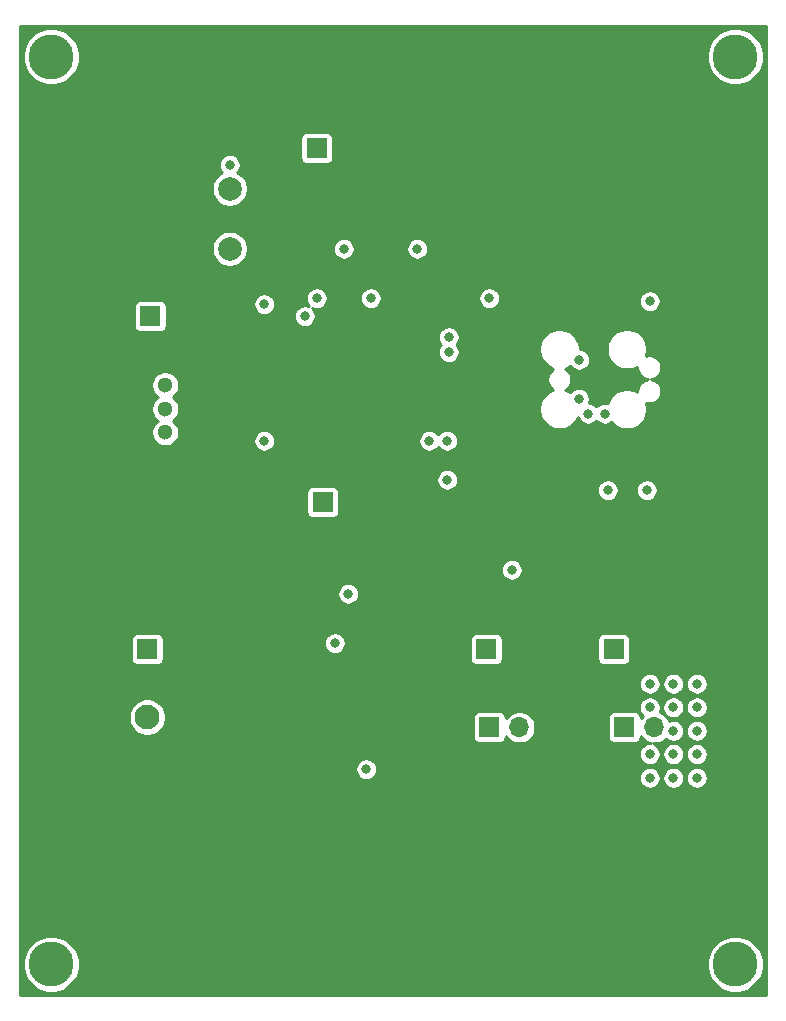
<source format=gbr>
%TF.GenerationSoftware,KiCad,Pcbnew,(5.1.9)-1*%
%TF.CreationDate,2021-03-30T23:29:09-04:00*%
%TF.ProjectId,BasicSTM32,42617369-6353-4544-9d33-322e6b696361,rev?*%
%TF.SameCoordinates,Original*%
%TF.FileFunction,Copper,L4,Bot*%
%TF.FilePolarity,Positive*%
%FSLAX46Y46*%
G04 Gerber Fmt 4.6, Leading zero omitted, Abs format (unit mm)*
G04 Created by KiCad (PCBNEW (5.1.9)-1) date 2021-03-30 23:29:09*
%MOMM*%
%LPD*%
G01*
G04 APERTURE LIST*
%TA.AperFunction,ComponentPad*%
%ADD10C,1.300000*%
%TD*%
%TA.AperFunction,ComponentPad*%
%ADD11R,1.700000X1.700000*%
%TD*%
%TA.AperFunction,ComponentPad*%
%ADD12C,2.100000*%
%TD*%
%TA.AperFunction,ComponentPad*%
%ADD13O,1.700000X1.700000*%
%TD*%
%TA.AperFunction,ComponentPad*%
%ADD14C,2.000000*%
%TD*%
%TA.AperFunction,ViaPad*%
%ADD15C,3.800000*%
%TD*%
%TA.AperFunction,ViaPad*%
%ADD16C,0.800000*%
%TD*%
%TA.AperFunction,Conductor*%
%ADD17C,0.254000*%
%TD*%
%TA.AperFunction,Conductor*%
%ADD18C,0.100000*%
%TD*%
G04 APERTURE END LIST*
D10*
%TO.P,J11,4*%
%TO.N,GND*%
X71247000Y-104298000D03*
%TO.P,J11,3*%
%TO.N,VDD*%
X71247000Y-102298000D03*
%TO.P,J11,2*%
%TO.N,Net-(J11-Pad2)*%
X71247000Y-100298000D03*
%TO.P,J11,1*%
%TO.N,Net-(J11-Pad1)*%
X71247000Y-98298000D03*
%TD*%
D11*
%TO.P,J2,1*%
%TO.N,GND*%
X69723000Y-144526000D03*
%TD*%
D12*
%TO.P,J1,2*%
%TO.N,GND*%
X69723000Y-136398000D03*
%TO.P,J1,1*%
%TO.N,Net-(C1-Pad1)*%
X69723000Y-126398000D03*
%TD*%
D11*
%TO.P,J10,1*%
%TO.N,Net-(J10-Pad1)*%
X84582000Y-108204000D03*
%TD*%
%TO.P,J9,1*%
%TO.N,Net-(J9-Pad1)*%
X84074000Y-78232000D03*
%TD*%
%TO.P,J8,1*%
%TO.N,Net-(J8-Pad1)*%
X69977000Y-92456000D03*
%TD*%
D13*
%TO.P,J7,2*%
%TO.N,VDD*%
X112649000Y-127254000D03*
D11*
%TO.P,J7,1*%
%TO.N,+3V3*%
X110109000Y-127254000D03*
%TD*%
%TO.P,J6,1*%
%TO.N,+3V3*%
X109220000Y-120650000D03*
%TD*%
D13*
%TO.P,J5,2*%
%TO.N,Net-(C7-Pad1)*%
X101219000Y-127254000D03*
D11*
%TO.P,J5,1*%
%TO.N,+5V*%
X98679000Y-127254000D03*
%TD*%
%TO.P,J4,1*%
%TO.N,+5V*%
X98425000Y-120650000D03*
%TD*%
%TO.P,J3,1*%
%TO.N,Net-(C1-Pad1)*%
X69723000Y-120650000D03*
%TD*%
D14*
%TO.P,FB1,1*%
%TO.N,VDD*%
X76708000Y-81661000D03*
%TO.P,FB1,2*%
%TO.N,/MCU/VDDA22*%
X76708000Y-86741000D03*
%TD*%
D15*
%TO.N,*%
X61595000Y-147320000D03*
X119507000Y-147320000D03*
X119507000Y-70485000D03*
X61595000Y-70485000D03*
D16*
%TO.N,GND*%
X107950000Y-99441000D03*
X113157000Y-97790000D03*
X85344000Y-132842000D03*
X67691000Y-118110000D03*
X69691000Y-118110000D03*
X71691000Y-118110000D03*
X73691000Y-118110000D03*
X75691000Y-118110000D03*
X77691000Y-118110000D03*
X79691000Y-118110000D03*
X81691000Y-118110000D03*
X83691000Y-118110000D03*
X85691000Y-118110000D03*
X87691000Y-118110000D03*
X89691000Y-118110000D03*
X91691000Y-118110000D03*
X93691000Y-118110000D03*
X95691000Y-118110000D03*
X97691000Y-118110000D03*
X99691000Y-118110000D03*
X101691000Y-118110000D03*
X103691000Y-118110000D03*
X105691000Y-118110000D03*
X107691000Y-118110000D03*
X109691000Y-118110000D03*
X111691000Y-118110000D03*
X113691000Y-118110000D03*
X115691000Y-118110000D03*
X67564000Y-147320000D03*
X77564000Y-147320000D03*
X81564000Y-147320000D03*
X87564000Y-147320000D03*
X89564000Y-147320000D03*
X91564000Y-147320000D03*
X95564000Y-147320000D03*
X85564000Y-147320000D03*
X83564000Y-147320000D03*
X69564000Y-147320000D03*
X97564000Y-147320000D03*
X75564000Y-147320000D03*
X99564000Y-147320000D03*
X93564000Y-147320000D03*
X79564000Y-147320000D03*
X71564000Y-147320000D03*
X73564000Y-147320000D03*
X107564000Y-147320000D03*
X109564000Y-147320000D03*
X111564000Y-147320000D03*
X101564000Y-147320000D03*
X105564000Y-147320000D03*
X113564000Y-147320000D03*
X103564000Y-147320000D03*
X115564000Y-147320000D03*
X65532000Y-145386000D03*
X65532000Y-143386000D03*
X65532000Y-123386000D03*
X65532000Y-135386000D03*
X65532000Y-127386000D03*
X65532000Y-147386000D03*
X65532000Y-131386000D03*
X65532000Y-129386000D03*
X65532000Y-133386000D03*
X65532000Y-121386000D03*
X65532000Y-137386000D03*
X65532000Y-141386000D03*
X65532000Y-119386000D03*
X65532000Y-139386000D03*
X65532000Y-125386000D03*
X65532000Y-118110000D03*
X119507000Y-118110000D03*
X119507000Y-137767000D03*
X119507000Y-125767000D03*
X119507000Y-141767000D03*
X119507000Y-119767000D03*
X119507000Y-139767000D03*
X119507000Y-121767000D03*
X119507000Y-143767000D03*
X119507000Y-123767000D03*
X119507000Y-135767000D03*
X119507000Y-131767000D03*
X119507000Y-127767000D03*
X119507000Y-129767000D03*
X119507000Y-133767000D03*
X116586000Y-145796000D03*
X117602000Y-118110000D03*
X117983000Y-144526000D03*
%TO.N,/MCU/NRST*%
X88646000Y-90932000D03*
X106299000Y-96139000D03*
X112268000Y-91186000D03*
%TO.N,Net-(IC1-Pad6)*%
X85598000Y-120142000D03*
X88265000Y-130810000D03*
%TO.N,VDD*%
X79629000Y-91440000D03*
X92583000Y-86741000D03*
X76708000Y-79629000D03*
X106273600Y-99441000D03*
X86360000Y-86741000D03*
X98679000Y-90932000D03*
X95123000Y-106299000D03*
X79629000Y-102997000D03*
X108712000Y-107188000D03*
X112014000Y-107188000D03*
X100584000Y-113919000D03*
X86741000Y-115951000D03*
X112268000Y-123571000D03*
X114268000Y-123571000D03*
X116268000Y-123571000D03*
X112268000Y-125571000D03*
X114268000Y-125571000D03*
X116268000Y-125571000D03*
X114268000Y-127571000D03*
X116268000Y-127571000D03*
X112268000Y-129524000D03*
X114268000Y-129524000D03*
X116268000Y-129524000D03*
X114268000Y-131540000D03*
X116268000Y-131540000D03*
X112268000Y-131540000D03*
%TO.N,Net-(J8-Pad1)*%
X83058000Y-92456000D03*
%TO.N,Net-(J9-Pad1)*%
X84074000Y-90932000D03*
%TO.N,Net-(J11-Pad1)*%
X95250000Y-94234000D03*
%TO.N,Net-(J12-Pad4)*%
X95123000Y-102997000D03*
X108458000Y-100711000D03*
%TO.N,Net-(J12-Pad2)*%
X93599000Y-102997000D03*
X107061000Y-100711000D03*
%TO.N,Net-(J11-Pad2)*%
X95250000Y-95504000D03*
%TD*%
D17*
%TO.N,GND*%
X122130001Y-149943000D02*
X58972000Y-149943000D01*
X58972000Y-147080961D01*
X59168000Y-147080961D01*
X59168000Y-147559039D01*
X59261268Y-148027930D01*
X59444221Y-148469615D01*
X59709826Y-148867122D01*
X60047878Y-149205174D01*
X60445385Y-149470779D01*
X60887070Y-149653732D01*
X61355961Y-149747000D01*
X61834039Y-149747000D01*
X62302930Y-149653732D01*
X62744615Y-149470779D01*
X63142122Y-149205174D01*
X63480174Y-148867122D01*
X63745779Y-148469615D01*
X63928732Y-148027930D01*
X64022000Y-147559039D01*
X64022000Y-147080961D01*
X117080000Y-147080961D01*
X117080000Y-147559039D01*
X117173268Y-148027930D01*
X117356221Y-148469615D01*
X117621826Y-148867122D01*
X117959878Y-149205174D01*
X118357385Y-149470779D01*
X118799070Y-149653732D01*
X119267961Y-149747000D01*
X119746039Y-149747000D01*
X120214930Y-149653732D01*
X120656615Y-149470779D01*
X121054122Y-149205174D01*
X121392174Y-148867122D01*
X121657779Y-148469615D01*
X121840732Y-148027930D01*
X121934000Y-147559039D01*
X121934000Y-147080961D01*
X121840732Y-146612070D01*
X121657779Y-146170385D01*
X121392174Y-145772878D01*
X121054122Y-145434826D01*
X120656615Y-145169221D01*
X120214930Y-144986268D01*
X119746039Y-144893000D01*
X119267961Y-144893000D01*
X118799070Y-144986268D01*
X118357385Y-145169221D01*
X117959878Y-145434826D01*
X117621826Y-145772878D01*
X117356221Y-146170385D01*
X117173268Y-146612070D01*
X117080000Y-147080961D01*
X64022000Y-147080961D01*
X63928732Y-146612070D01*
X63745779Y-146170385D01*
X63480174Y-145772878D01*
X63142122Y-145434826D01*
X62744615Y-145169221D01*
X62302930Y-144986268D01*
X61834039Y-144893000D01*
X61355961Y-144893000D01*
X60887070Y-144986268D01*
X60445385Y-145169221D01*
X60047878Y-145434826D01*
X59709826Y-145772878D01*
X59444221Y-146170385D01*
X59261268Y-146612070D01*
X59168000Y-147080961D01*
X58972000Y-147080961D01*
X58972000Y-130718699D01*
X87338000Y-130718699D01*
X87338000Y-130901301D01*
X87373624Y-131080396D01*
X87443504Y-131249099D01*
X87544952Y-131400928D01*
X87674072Y-131530048D01*
X87825901Y-131631496D01*
X87994604Y-131701376D01*
X88173699Y-131737000D01*
X88356301Y-131737000D01*
X88535396Y-131701376D01*
X88704099Y-131631496D01*
X88855928Y-131530048D01*
X88937277Y-131448699D01*
X111341000Y-131448699D01*
X111341000Y-131631301D01*
X111376624Y-131810396D01*
X111446504Y-131979099D01*
X111547952Y-132130928D01*
X111677072Y-132260048D01*
X111828901Y-132361496D01*
X111997604Y-132431376D01*
X112176699Y-132467000D01*
X112359301Y-132467000D01*
X112538396Y-132431376D01*
X112707099Y-132361496D01*
X112858928Y-132260048D01*
X112988048Y-132130928D01*
X113089496Y-131979099D01*
X113159376Y-131810396D01*
X113195000Y-131631301D01*
X113195000Y-131448699D01*
X113341000Y-131448699D01*
X113341000Y-131631301D01*
X113376624Y-131810396D01*
X113446504Y-131979099D01*
X113547952Y-132130928D01*
X113677072Y-132260048D01*
X113828901Y-132361496D01*
X113997604Y-132431376D01*
X114176699Y-132467000D01*
X114359301Y-132467000D01*
X114538396Y-132431376D01*
X114707099Y-132361496D01*
X114858928Y-132260048D01*
X114988048Y-132130928D01*
X115089496Y-131979099D01*
X115159376Y-131810396D01*
X115195000Y-131631301D01*
X115195000Y-131448699D01*
X115341000Y-131448699D01*
X115341000Y-131631301D01*
X115376624Y-131810396D01*
X115446504Y-131979099D01*
X115547952Y-132130928D01*
X115677072Y-132260048D01*
X115828901Y-132361496D01*
X115997604Y-132431376D01*
X116176699Y-132467000D01*
X116359301Y-132467000D01*
X116538396Y-132431376D01*
X116707099Y-132361496D01*
X116858928Y-132260048D01*
X116988048Y-132130928D01*
X117089496Y-131979099D01*
X117159376Y-131810396D01*
X117195000Y-131631301D01*
X117195000Y-131448699D01*
X117159376Y-131269604D01*
X117089496Y-131100901D01*
X116988048Y-130949072D01*
X116858928Y-130819952D01*
X116707099Y-130718504D01*
X116538396Y-130648624D01*
X116359301Y-130613000D01*
X116176699Y-130613000D01*
X115997604Y-130648624D01*
X115828901Y-130718504D01*
X115677072Y-130819952D01*
X115547952Y-130949072D01*
X115446504Y-131100901D01*
X115376624Y-131269604D01*
X115341000Y-131448699D01*
X115195000Y-131448699D01*
X115159376Y-131269604D01*
X115089496Y-131100901D01*
X114988048Y-130949072D01*
X114858928Y-130819952D01*
X114707099Y-130718504D01*
X114538396Y-130648624D01*
X114359301Y-130613000D01*
X114176699Y-130613000D01*
X113997604Y-130648624D01*
X113828901Y-130718504D01*
X113677072Y-130819952D01*
X113547952Y-130949072D01*
X113446504Y-131100901D01*
X113376624Y-131269604D01*
X113341000Y-131448699D01*
X113195000Y-131448699D01*
X113159376Y-131269604D01*
X113089496Y-131100901D01*
X112988048Y-130949072D01*
X112858928Y-130819952D01*
X112707099Y-130718504D01*
X112538396Y-130648624D01*
X112359301Y-130613000D01*
X112176699Y-130613000D01*
X111997604Y-130648624D01*
X111828901Y-130718504D01*
X111677072Y-130819952D01*
X111547952Y-130949072D01*
X111446504Y-131100901D01*
X111376624Y-131269604D01*
X111341000Y-131448699D01*
X88937277Y-131448699D01*
X88985048Y-131400928D01*
X89086496Y-131249099D01*
X89156376Y-131080396D01*
X89192000Y-130901301D01*
X89192000Y-130718699D01*
X89156376Y-130539604D01*
X89086496Y-130370901D01*
X88985048Y-130219072D01*
X88855928Y-130089952D01*
X88704099Y-129988504D01*
X88535396Y-129918624D01*
X88356301Y-129883000D01*
X88173699Y-129883000D01*
X87994604Y-129918624D01*
X87825901Y-129988504D01*
X87674072Y-130089952D01*
X87544952Y-130219072D01*
X87443504Y-130370901D01*
X87373624Y-130539604D01*
X87338000Y-130718699D01*
X58972000Y-130718699D01*
X58972000Y-126242679D01*
X68146000Y-126242679D01*
X68146000Y-126553321D01*
X68206604Y-126857994D01*
X68325481Y-127144989D01*
X68498064Y-127403279D01*
X68717721Y-127622936D01*
X68976011Y-127795519D01*
X69263006Y-127914396D01*
X69567679Y-127975000D01*
X69878321Y-127975000D01*
X70182994Y-127914396D01*
X70469989Y-127795519D01*
X70728279Y-127622936D01*
X70947936Y-127403279D01*
X71120519Y-127144989D01*
X71239396Y-126857994D01*
X71300000Y-126553321D01*
X71300000Y-126404000D01*
X97299451Y-126404000D01*
X97299451Y-128104000D01*
X97309626Y-128207310D01*
X97339761Y-128306650D01*
X97388696Y-128398202D01*
X97454552Y-128478448D01*
X97534798Y-128544304D01*
X97626350Y-128593239D01*
X97725690Y-128623374D01*
X97829000Y-128633549D01*
X99529000Y-128633549D01*
X99632310Y-128623374D01*
X99731650Y-128593239D01*
X99823202Y-128544304D01*
X99903448Y-128478448D01*
X99969304Y-128398202D01*
X100018239Y-128306650D01*
X100048374Y-128207310D01*
X100058549Y-128104000D01*
X100058549Y-127995798D01*
X100149414Y-128131787D01*
X100341213Y-128323586D01*
X100566746Y-128474282D01*
X100817344Y-128578083D01*
X101083377Y-128631000D01*
X101354623Y-128631000D01*
X101620656Y-128578083D01*
X101871254Y-128474282D01*
X102096787Y-128323586D01*
X102288586Y-128131787D01*
X102439282Y-127906254D01*
X102543083Y-127655656D01*
X102596000Y-127389623D01*
X102596000Y-127118377D01*
X102543083Y-126852344D01*
X102439282Y-126601746D01*
X102307153Y-126404000D01*
X108729451Y-126404000D01*
X108729451Y-128104000D01*
X108739626Y-128207310D01*
X108769761Y-128306650D01*
X108818696Y-128398202D01*
X108884552Y-128478448D01*
X108964798Y-128544304D01*
X109056350Y-128593239D01*
X109155690Y-128623374D01*
X109259000Y-128633549D01*
X110959000Y-128633549D01*
X111062310Y-128623374D01*
X111161650Y-128593239D01*
X111253202Y-128544304D01*
X111333448Y-128478448D01*
X111399304Y-128398202D01*
X111448239Y-128306650D01*
X111478374Y-128207310D01*
X111488549Y-128104000D01*
X111488549Y-127995798D01*
X111579414Y-128131787D01*
X111771213Y-128323586D01*
X111996746Y-128474282D01*
X112247344Y-128578083D01*
X112342447Y-128597000D01*
X112176699Y-128597000D01*
X111997604Y-128632624D01*
X111828901Y-128702504D01*
X111677072Y-128803952D01*
X111547952Y-128933072D01*
X111446504Y-129084901D01*
X111376624Y-129253604D01*
X111341000Y-129432699D01*
X111341000Y-129615301D01*
X111376624Y-129794396D01*
X111446504Y-129963099D01*
X111547952Y-130114928D01*
X111677072Y-130244048D01*
X111828901Y-130345496D01*
X111997604Y-130415376D01*
X112176699Y-130451000D01*
X112359301Y-130451000D01*
X112538396Y-130415376D01*
X112707099Y-130345496D01*
X112858928Y-130244048D01*
X112988048Y-130114928D01*
X113089496Y-129963099D01*
X113159376Y-129794396D01*
X113195000Y-129615301D01*
X113195000Y-129432699D01*
X113341000Y-129432699D01*
X113341000Y-129615301D01*
X113376624Y-129794396D01*
X113446504Y-129963099D01*
X113547952Y-130114928D01*
X113677072Y-130244048D01*
X113828901Y-130345496D01*
X113997604Y-130415376D01*
X114176699Y-130451000D01*
X114359301Y-130451000D01*
X114538396Y-130415376D01*
X114707099Y-130345496D01*
X114858928Y-130244048D01*
X114988048Y-130114928D01*
X115089496Y-129963099D01*
X115159376Y-129794396D01*
X115195000Y-129615301D01*
X115195000Y-129432699D01*
X115341000Y-129432699D01*
X115341000Y-129615301D01*
X115376624Y-129794396D01*
X115446504Y-129963099D01*
X115547952Y-130114928D01*
X115677072Y-130244048D01*
X115828901Y-130345496D01*
X115997604Y-130415376D01*
X116176699Y-130451000D01*
X116359301Y-130451000D01*
X116538396Y-130415376D01*
X116707099Y-130345496D01*
X116858928Y-130244048D01*
X116988048Y-130114928D01*
X117089496Y-129963099D01*
X117159376Y-129794396D01*
X117195000Y-129615301D01*
X117195000Y-129432699D01*
X117159376Y-129253604D01*
X117089496Y-129084901D01*
X116988048Y-128933072D01*
X116858928Y-128803952D01*
X116707099Y-128702504D01*
X116538396Y-128632624D01*
X116359301Y-128597000D01*
X116176699Y-128597000D01*
X115997604Y-128632624D01*
X115828901Y-128702504D01*
X115677072Y-128803952D01*
X115547952Y-128933072D01*
X115446504Y-129084901D01*
X115376624Y-129253604D01*
X115341000Y-129432699D01*
X115195000Y-129432699D01*
X115159376Y-129253604D01*
X115089496Y-129084901D01*
X114988048Y-128933072D01*
X114858928Y-128803952D01*
X114707099Y-128702504D01*
X114538396Y-128632624D01*
X114359301Y-128597000D01*
X114176699Y-128597000D01*
X113997604Y-128632624D01*
X113828901Y-128702504D01*
X113677072Y-128803952D01*
X113547952Y-128933072D01*
X113446504Y-129084901D01*
X113376624Y-129253604D01*
X113341000Y-129432699D01*
X113195000Y-129432699D01*
X113159376Y-129253604D01*
X113089496Y-129084901D01*
X112988048Y-128933072D01*
X112858928Y-128803952D01*
X112707099Y-128702504D01*
X112538396Y-128632624D01*
X112530232Y-128631000D01*
X112784623Y-128631000D01*
X113050656Y-128578083D01*
X113301254Y-128474282D01*
X113526787Y-128323586D01*
X113618199Y-128232175D01*
X113677072Y-128291048D01*
X113828901Y-128392496D01*
X113997604Y-128462376D01*
X114176699Y-128498000D01*
X114359301Y-128498000D01*
X114538396Y-128462376D01*
X114707099Y-128392496D01*
X114858928Y-128291048D01*
X114988048Y-128161928D01*
X115089496Y-128010099D01*
X115159376Y-127841396D01*
X115195000Y-127662301D01*
X115195000Y-127479699D01*
X115341000Y-127479699D01*
X115341000Y-127662301D01*
X115376624Y-127841396D01*
X115446504Y-128010099D01*
X115547952Y-128161928D01*
X115677072Y-128291048D01*
X115828901Y-128392496D01*
X115997604Y-128462376D01*
X116176699Y-128498000D01*
X116359301Y-128498000D01*
X116538396Y-128462376D01*
X116707099Y-128392496D01*
X116858928Y-128291048D01*
X116988048Y-128161928D01*
X117089496Y-128010099D01*
X117159376Y-127841396D01*
X117195000Y-127662301D01*
X117195000Y-127479699D01*
X117159376Y-127300604D01*
X117089496Y-127131901D01*
X116988048Y-126980072D01*
X116858928Y-126850952D01*
X116707099Y-126749504D01*
X116538396Y-126679624D01*
X116359301Y-126644000D01*
X116176699Y-126644000D01*
X115997604Y-126679624D01*
X115828901Y-126749504D01*
X115677072Y-126850952D01*
X115547952Y-126980072D01*
X115446504Y-127131901D01*
X115376624Y-127300604D01*
X115341000Y-127479699D01*
X115195000Y-127479699D01*
X115159376Y-127300604D01*
X115089496Y-127131901D01*
X114988048Y-126980072D01*
X114858928Y-126850952D01*
X114707099Y-126749504D01*
X114538396Y-126679624D01*
X114359301Y-126644000D01*
X114176699Y-126644000D01*
X113997604Y-126679624D01*
X113915608Y-126713588D01*
X113869282Y-126601746D01*
X113718586Y-126376213D01*
X113526787Y-126184414D01*
X113301254Y-126033718D01*
X113112157Y-125955391D01*
X113159376Y-125841396D01*
X113195000Y-125662301D01*
X113195000Y-125479699D01*
X113341000Y-125479699D01*
X113341000Y-125662301D01*
X113376624Y-125841396D01*
X113446504Y-126010099D01*
X113547952Y-126161928D01*
X113677072Y-126291048D01*
X113828901Y-126392496D01*
X113997604Y-126462376D01*
X114176699Y-126498000D01*
X114359301Y-126498000D01*
X114538396Y-126462376D01*
X114707099Y-126392496D01*
X114858928Y-126291048D01*
X114988048Y-126161928D01*
X115089496Y-126010099D01*
X115159376Y-125841396D01*
X115195000Y-125662301D01*
X115195000Y-125479699D01*
X115341000Y-125479699D01*
X115341000Y-125662301D01*
X115376624Y-125841396D01*
X115446504Y-126010099D01*
X115547952Y-126161928D01*
X115677072Y-126291048D01*
X115828901Y-126392496D01*
X115997604Y-126462376D01*
X116176699Y-126498000D01*
X116359301Y-126498000D01*
X116538396Y-126462376D01*
X116707099Y-126392496D01*
X116858928Y-126291048D01*
X116988048Y-126161928D01*
X117089496Y-126010099D01*
X117159376Y-125841396D01*
X117195000Y-125662301D01*
X117195000Y-125479699D01*
X117159376Y-125300604D01*
X117089496Y-125131901D01*
X116988048Y-124980072D01*
X116858928Y-124850952D01*
X116707099Y-124749504D01*
X116538396Y-124679624D01*
X116359301Y-124644000D01*
X116176699Y-124644000D01*
X115997604Y-124679624D01*
X115828901Y-124749504D01*
X115677072Y-124850952D01*
X115547952Y-124980072D01*
X115446504Y-125131901D01*
X115376624Y-125300604D01*
X115341000Y-125479699D01*
X115195000Y-125479699D01*
X115159376Y-125300604D01*
X115089496Y-125131901D01*
X114988048Y-124980072D01*
X114858928Y-124850952D01*
X114707099Y-124749504D01*
X114538396Y-124679624D01*
X114359301Y-124644000D01*
X114176699Y-124644000D01*
X113997604Y-124679624D01*
X113828901Y-124749504D01*
X113677072Y-124850952D01*
X113547952Y-124980072D01*
X113446504Y-125131901D01*
X113376624Y-125300604D01*
X113341000Y-125479699D01*
X113195000Y-125479699D01*
X113159376Y-125300604D01*
X113089496Y-125131901D01*
X112988048Y-124980072D01*
X112858928Y-124850952D01*
X112707099Y-124749504D01*
X112538396Y-124679624D01*
X112359301Y-124644000D01*
X112176699Y-124644000D01*
X111997604Y-124679624D01*
X111828901Y-124749504D01*
X111677072Y-124850952D01*
X111547952Y-124980072D01*
X111446504Y-125131901D01*
X111376624Y-125300604D01*
X111341000Y-125479699D01*
X111341000Y-125662301D01*
X111376624Y-125841396D01*
X111446504Y-126010099D01*
X111547952Y-126161928D01*
X111670826Y-126284802D01*
X111579414Y-126376213D01*
X111488549Y-126512202D01*
X111488549Y-126404000D01*
X111478374Y-126300690D01*
X111448239Y-126201350D01*
X111399304Y-126109798D01*
X111333448Y-126029552D01*
X111253202Y-125963696D01*
X111161650Y-125914761D01*
X111062310Y-125884626D01*
X110959000Y-125874451D01*
X109259000Y-125874451D01*
X109155690Y-125884626D01*
X109056350Y-125914761D01*
X108964798Y-125963696D01*
X108884552Y-126029552D01*
X108818696Y-126109798D01*
X108769761Y-126201350D01*
X108739626Y-126300690D01*
X108729451Y-126404000D01*
X102307153Y-126404000D01*
X102288586Y-126376213D01*
X102096787Y-126184414D01*
X101871254Y-126033718D01*
X101620656Y-125929917D01*
X101354623Y-125877000D01*
X101083377Y-125877000D01*
X100817344Y-125929917D01*
X100566746Y-126033718D01*
X100341213Y-126184414D01*
X100149414Y-126376213D01*
X100058549Y-126512202D01*
X100058549Y-126404000D01*
X100048374Y-126300690D01*
X100018239Y-126201350D01*
X99969304Y-126109798D01*
X99903448Y-126029552D01*
X99823202Y-125963696D01*
X99731650Y-125914761D01*
X99632310Y-125884626D01*
X99529000Y-125874451D01*
X97829000Y-125874451D01*
X97725690Y-125884626D01*
X97626350Y-125914761D01*
X97534798Y-125963696D01*
X97454552Y-126029552D01*
X97388696Y-126109798D01*
X97339761Y-126201350D01*
X97309626Y-126300690D01*
X97299451Y-126404000D01*
X71300000Y-126404000D01*
X71300000Y-126242679D01*
X71239396Y-125938006D01*
X71120519Y-125651011D01*
X70947936Y-125392721D01*
X70728279Y-125173064D01*
X70469989Y-125000481D01*
X70182994Y-124881604D01*
X69878321Y-124821000D01*
X69567679Y-124821000D01*
X69263006Y-124881604D01*
X68976011Y-125000481D01*
X68717721Y-125173064D01*
X68498064Y-125392721D01*
X68325481Y-125651011D01*
X68206604Y-125938006D01*
X68146000Y-126242679D01*
X58972000Y-126242679D01*
X58972000Y-123479699D01*
X111341000Y-123479699D01*
X111341000Y-123662301D01*
X111376624Y-123841396D01*
X111446504Y-124010099D01*
X111547952Y-124161928D01*
X111677072Y-124291048D01*
X111828901Y-124392496D01*
X111997604Y-124462376D01*
X112176699Y-124498000D01*
X112359301Y-124498000D01*
X112538396Y-124462376D01*
X112707099Y-124392496D01*
X112858928Y-124291048D01*
X112988048Y-124161928D01*
X113089496Y-124010099D01*
X113159376Y-123841396D01*
X113195000Y-123662301D01*
X113195000Y-123479699D01*
X113341000Y-123479699D01*
X113341000Y-123662301D01*
X113376624Y-123841396D01*
X113446504Y-124010099D01*
X113547952Y-124161928D01*
X113677072Y-124291048D01*
X113828901Y-124392496D01*
X113997604Y-124462376D01*
X114176699Y-124498000D01*
X114359301Y-124498000D01*
X114538396Y-124462376D01*
X114707099Y-124392496D01*
X114858928Y-124291048D01*
X114988048Y-124161928D01*
X115089496Y-124010099D01*
X115159376Y-123841396D01*
X115195000Y-123662301D01*
X115195000Y-123479699D01*
X115341000Y-123479699D01*
X115341000Y-123662301D01*
X115376624Y-123841396D01*
X115446504Y-124010099D01*
X115547952Y-124161928D01*
X115677072Y-124291048D01*
X115828901Y-124392496D01*
X115997604Y-124462376D01*
X116176699Y-124498000D01*
X116359301Y-124498000D01*
X116538396Y-124462376D01*
X116707099Y-124392496D01*
X116858928Y-124291048D01*
X116988048Y-124161928D01*
X117089496Y-124010099D01*
X117159376Y-123841396D01*
X117195000Y-123662301D01*
X117195000Y-123479699D01*
X117159376Y-123300604D01*
X117089496Y-123131901D01*
X116988048Y-122980072D01*
X116858928Y-122850952D01*
X116707099Y-122749504D01*
X116538396Y-122679624D01*
X116359301Y-122644000D01*
X116176699Y-122644000D01*
X115997604Y-122679624D01*
X115828901Y-122749504D01*
X115677072Y-122850952D01*
X115547952Y-122980072D01*
X115446504Y-123131901D01*
X115376624Y-123300604D01*
X115341000Y-123479699D01*
X115195000Y-123479699D01*
X115159376Y-123300604D01*
X115089496Y-123131901D01*
X114988048Y-122980072D01*
X114858928Y-122850952D01*
X114707099Y-122749504D01*
X114538396Y-122679624D01*
X114359301Y-122644000D01*
X114176699Y-122644000D01*
X113997604Y-122679624D01*
X113828901Y-122749504D01*
X113677072Y-122850952D01*
X113547952Y-122980072D01*
X113446504Y-123131901D01*
X113376624Y-123300604D01*
X113341000Y-123479699D01*
X113195000Y-123479699D01*
X113159376Y-123300604D01*
X113089496Y-123131901D01*
X112988048Y-122980072D01*
X112858928Y-122850952D01*
X112707099Y-122749504D01*
X112538396Y-122679624D01*
X112359301Y-122644000D01*
X112176699Y-122644000D01*
X111997604Y-122679624D01*
X111828901Y-122749504D01*
X111677072Y-122850952D01*
X111547952Y-122980072D01*
X111446504Y-123131901D01*
X111376624Y-123300604D01*
X111341000Y-123479699D01*
X58972000Y-123479699D01*
X58972000Y-119800000D01*
X68343451Y-119800000D01*
X68343451Y-121500000D01*
X68353626Y-121603310D01*
X68383761Y-121702650D01*
X68432696Y-121794202D01*
X68498552Y-121874448D01*
X68578798Y-121940304D01*
X68670350Y-121989239D01*
X68769690Y-122019374D01*
X68873000Y-122029549D01*
X70573000Y-122029549D01*
X70676310Y-122019374D01*
X70775650Y-121989239D01*
X70867202Y-121940304D01*
X70947448Y-121874448D01*
X71013304Y-121794202D01*
X71062239Y-121702650D01*
X71092374Y-121603310D01*
X71102549Y-121500000D01*
X71102549Y-120050699D01*
X84671000Y-120050699D01*
X84671000Y-120233301D01*
X84706624Y-120412396D01*
X84776504Y-120581099D01*
X84877952Y-120732928D01*
X85007072Y-120862048D01*
X85158901Y-120963496D01*
X85327604Y-121033376D01*
X85506699Y-121069000D01*
X85689301Y-121069000D01*
X85868396Y-121033376D01*
X86037099Y-120963496D01*
X86188928Y-120862048D01*
X86318048Y-120732928D01*
X86419496Y-120581099D01*
X86489376Y-120412396D01*
X86525000Y-120233301D01*
X86525000Y-120050699D01*
X86489376Y-119871604D01*
X86459717Y-119800000D01*
X97045451Y-119800000D01*
X97045451Y-121500000D01*
X97055626Y-121603310D01*
X97085761Y-121702650D01*
X97134696Y-121794202D01*
X97200552Y-121874448D01*
X97280798Y-121940304D01*
X97372350Y-121989239D01*
X97471690Y-122019374D01*
X97575000Y-122029549D01*
X99275000Y-122029549D01*
X99378310Y-122019374D01*
X99477650Y-121989239D01*
X99569202Y-121940304D01*
X99649448Y-121874448D01*
X99715304Y-121794202D01*
X99764239Y-121702650D01*
X99794374Y-121603310D01*
X99804549Y-121500000D01*
X99804549Y-119800000D01*
X107840451Y-119800000D01*
X107840451Y-121500000D01*
X107850626Y-121603310D01*
X107880761Y-121702650D01*
X107929696Y-121794202D01*
X107995552Y-121874448D01*
X108075798Y-121940304D01*
X108167350Y-121989239D01*
X108266690Y-122019374D01*
X108370000Y-122029549D01*
X110070000Y-122029549D01*
X110173310Y-122019374D01*
X110272650Y-121989239D01*
X110364202Y-121940304D01*
X110444448Y-121874448D01*
X110510304Y-121794202D01*
X110559239Y-121702650D01*
X110589374Y-121603310D01*
X110599549Y-121500000D01*
X110599549Y-119800000D01*
X110589374Y-119696690D01*
X110559239Y-119597350D01*
X110510304Y-119505798D01*
X110444448Y-119425552D01*
X110364202Y-119359696D01*
X110272650Y-119310761D01*
X110173310Y-119280626D01*
X110070000Y-119270451D01*
X108370000Y-119270451D01*
X108266690Y-119280626D01*
X108167350Y-119310761D01*
X108075798Y-119359696D01*
X107995552Y-119425552D01*
X107929696Y-119505798D01*
X107880761Y-119597350D01*
X107850626Y-119696690D01*
X107840451Y-119800000D01*
X99804549Y-119800000D01*
X99794374Y-119696690D01*
X99764239Y-119597350D01*
X99715304Y-119505798D01*
X99649448Y-119425552D01*
X99569202Y-119359696D01*
X99477650Y-119310761D01*
X99378310Y-119280626D01*
X99275000Y-119270451D01*
X97575000Y-119270451D01*
X97471690Y-119280626D01*
X97372350Y-119310761D01*
X97280798Y-119359696D01*
X97200552Y-119425552D01*
X97134696Y-119505798D01*
X97085761Y-119597350D01*
X97055626Y-119696690D01*
X97045451Y-119800000D01*
X86459717Y-119800000D01*
X86419496Y-119702901D01*
X86318048Y-119551072D01*
X86188928Y-119421952D01*
X86037099Y-119320504D01*
X85868396Y-119250624D01*
X85689301Y-119215000D01*
X85506699Y-119215000D01*
X85327604Y-119250624D01*
X85158901Y-119320504D01*
X85007072Y-119421952D01*
X84877952Y-119551072D01*
X84776504Y-119702901D01*
X84706624Y-119871604D01*
X84671000Y-120050699D01*
X71102549Y-120050699D01*
X71102549Y-119800000D01*
X71092374Y-119696690D01*
X71062239Y-119597350D01*
X71013304Y-119505798D01*
X70947448Y-119425552D01*
X70867202Y-119359696D01*
X70775650Y-119310761D01*
X70676310Y-119280626D01*
X70573000Y-119270451D01*
X68873000Y-119270451D01*
X68769690Y-119280626D01*
X68670350Y-119310761D01*
X68578798Y-119359696D01*
X68498552Y-119425552D01*
X68432696Y-119505798D01*
X68383761Y-119597350D01*
X68353626Y-119696690D01*
X68343451Y-119800000D01*
X58972000Y-119800000D01*
X58972000Y-115859699D01*
X85814000Y-115859699D01*
X85814000Y-116042301D01*
X85849624Y-116221396D01*
X85919504Y-116390099D01*
X86020952Y-116541928D01*
X86150072Y-116671048D01*
X86301901Y-116772496D01*
X86470604Y-116842376D01*
X86649699Y-116878000D01*
X86832301Y-116878000D01*
X87011396Y-116842376D01*
X87180099Y-116772496D01*
X87331928Y-116671048D01*
X87461048Y-116541928D01*
X87562496Y-116390099D01*
X87632376Y-116221396D01*
X87668000Y-116042301D01*
X87668000Y-115859699D01*
X87632376Y-115680604D01*
X87562496Y-115511901D01*
X87461048Y-115360072D01*
X87331928Y-115230952D01*
X87180099Y-115129504D01*
X87011396Y-115059624D01*
X86832301Y-115024000D01*
X86649699Y-115024000D01*
X86470604Y-115059624D01*
X86301901Y-115129504D01*
X86150072Y-115230952D01*
X86020952Y-115360072D01*
X85919504Y-115511901D01*
X85849624Y-115680604D01*
X85814000Y-115859699D01*
X58972000Y-115859699D01*
X58972000Y-113827699D01*
X99657000Y-113827699D01*
X99657000Y-114010301D01*
X99692624Y-114189396D01*
X99762504Y-114358099D01*
X99863952Y-114509928D01*
X99993072Y-114639048D01*
X100144901Y-114740496D01*
X100313604Y-114810376D01*
X100492699Y-114846000D01*
X100675301Y-114846000D01*
X100854396Y-114810376D01*
X101023099Y-114740496D01*
X101174928Y-114639048D01*
X101304048Y-114509928D01*
X101405496Y-114358099D01*
X101475376Y-114189396D01*
X101511000Y-114010301D01*
X101511000Y-113827699D01*
X101475376Y-113648604D01*
X101405496Y-113479901D01*
X101304048Y-113328072D01*
X101174928Y-113198952D01*
X101023099Y-113097504D01*
X100854396Y-113027624D01*
X100675301Y-112992000D01*
X100492699Y-112992000D01*
X100313604Y-113027624D01*
X100144901Y-113097504D01*
X99993072Y-113198952D01*
X99863952Y-113328072D01*
X99762504Y-113479901D01*
X99692624Y-113648604D01*
X99657000Y-113827699D01*
X58972000Y-113827699D01*
X58972000Y-107354000D01*
X83202451Y-107354000D01*
X83202451Y-109054000D01*
X83212626Y-109157310D01*
X83242761Y-109256650D01*
X83291696Y-109348202D01*
X83357552Y-109428448D01*
X83437798Y-109494304D01*
X83529350Y-109543239D01*
X83628690Y-109573374D01*
X83732000Y-109583549D01*
X85432000Y-109583549D01*
X85535310Y-109573374D01*
X85634650Y-109543239D01*
X85726202Y-109494304D01*
X85806448Y-109428448D01*
X85872304Y-109348202D01*
X85921239Y-109256650D01*
X85951374Y-109157310D01*
X85961549Y-109054000D01*
X85961549Y-107354000D01*
X85951374Y-107250690D01*
X85921239Y-107151350D01*
X85872304Y-107059798D01*
X85806448Y-106979552D01*
X85726202Y-106913696D01*
X85634650Y-106864761D01*
X85535310Y-106834626D01*
X85432000Y-106824451D01*
X83732000Y-106824451D01*
X83628690Y-106834626D01*
X83529350Y-106864761D01*
X83437798Y-106913696D01*
X83357552Y-106979552D01*
X83291696Y-107059798D01*
X83242761Y-107151350D01*
X83212626Y-107250690D01*
X83202451Y-107354000D01*
X58972000Y-107354000D01*
X58972000Y-106207699D01*
X94196000Y-106207699D01*
X94196000Y-106390301D01*
X94231624Y-106569396D01*
X94301504Y-106738099D01*
X94402952Y-106889928D01*
X94532072Y-107019048D01*
X94683901Y-107120496D01*
X94852604Y-107190376D01*
X95031699Y-107226000D01*
X95214301Y-107226000D01*
X95393396Y-107190376D01*
X95562099Y-107120496D01*
X95597714Y-107096699D01*
X107785000Y-107096699D01*
X107785000Y-107279301D01*
X107820624Y-107458396D01*
X107890504Y-107627099D01*
X107991952Y-107778928D01*
X108121072Y-107908048D01*
X108272901Y-108009496D01*
X108441604Y-108079376D01*
X108620699Y-108115000D01*
X108803301Y-108115000D01*
X108982396Y-108079376D01*
X109151099Y-108009496D01*
X109302928Y-107908048D01*
X109432048Y-107778928D01*
X109533496Y-107627099D01*
X109603376Y-107458396D01*
X109639000Y-107279301D01*
X109639000Y-107096699D01*
X111087000Y-107096699D01*
X111087000Y-107279301D01*
X111122624Y-107458396D01*
X111192504Y-107627099D01*
X111293952Y-107778928D01*
X111423072Y-107908048D01*
X111574901Y-108009496D01*
X111743604Y-108079376D01*
X111922699Y-108115000D01*
X112105301Y-108115000D01*
X112284396Y-108079376D01*
X112453099Y-108009496D01*
X112604928Y-107908048D01*
X112734048Y-107778928D01*
X112835496Y-107627099D01*
X112905376Y-107458396D01*
X112941000Y-107279301D01*
X112941000Y-107096699D01*
X112905376Y-106917604D01*
X112835496Y-106748901D01*
X112734048Y-106597072D01*
X112604928Y-106467952D01*
X112453099Y-106366504D01*
X112284396Y-106296624D01*
X112105301Y-106261000D01*
X111922699Y-106261000D01*
X111743604Y-106296624D01*
X111574901Y-106366504D01*
X111423072Y-106467952D01*
X111293952Y-106597072D01*
X111192504Y-106748901D01*
X111122624Y-106917604D01*
X111087000Y-107096699D01*
X109639000Y-107096699D01*
X109603376Y-106917604D01*
X109533496Y-106748901D01*
X109432048Y-106597072D01*
X109302928Y-106467952D01*
X109151099Y-106366504D01*
X108982396Y-106296624D01*
X108803301Y-106261000D01*
X108620699Y-106261000D01*
X108441604Y-106296624D01*
X108272901Y-106366504D01*
X108121072Y-106467952D01*
X107991952Y-106597072D01*
X107890504Y-106748901D01*
X107820624Y-106917604D01*
X107785000Y-107096699D01*
X95597714Y-107096699D01*
X95713928Y-107019048D01*
X95843048Y-106889928D01*
X95944496Y-106738099D01*
X96014376Y-106569396D01*
X96050000Y-106390301D01*
X96050000Y-106207699D01*
X96014376Y-106028604D01*
X95944496Y-105859901D01*
X95843048Y-105708072D01*
X95713928Y-105578952D01*
X95562099Y-105477504D01*
X95393396Y-105407624D01*
X95214301Y-105372000D01*
X95031699Y-105372000D01*
X94852604Y-105407624D01*
X94683901Y-105477504D01*
X94532072Y-105578952D01*
X94402952Y-105708072D01*
X94301504Y-105859901D01*
X94231624Y-106028604D01*
X94196000Y-106207699D01*
X58972000Y-106207699D01*
X58972000Y-98182076D01*
X70070000Y-98182076D01*
X70070000Y-98413924D01*
X70115231Y-98641318D01*
X70203956Y-98855519D01*
X70332764Y-99048294D01*
X70496706Y-99212236D01*
X70625061Y-99298000D01*
X70496706Y-99383764D01*
X70332764Y-99547706D01*
X70203956Y-99740481D01*
X70115231Y-99954682D01*
X70070000Y-100182076D01*
X70070000Y-100413924D01*
X70115231Y-100641318D01*
X70203956Y-100855519D01*
X70332764Y-101048294D01*
X70496706Y-101212236D01*
X70625061Y-101298000D01*
X70496706Y-101383764D01*
X70332764Y-101547706D01*
X70203956Y-101740481D01*
X70115231Y-101954682D01*
X70070000Y-102182076D01*
X70070000Y-102413924D01*
X70115231Y-102641318D01*
X70203956Y-102855519D01*
X70332764Y-103048294D01*
X70496706Y-103212236D01*
X70689481Y-103341044D01*
X70903682Y-103429769D01*
X71131076Y-103475000D01*
X71362924Y-103475000D01*
X71590318Y-103429769D01*
X71804519Y-103341044D01*
X71997294Y-103212236D01*
X72161236Y-103048294D01*
X72256514Y-102905699D01*
X78702000Y-102905699D01*
X78702000Y-103088301D01*
X78737624Y-103267396D01*
X78807504Y-103436099D01*
X78908952Y-103587928D01*
X79038072Y-103717048D01*
X79189901Y-103818496D01*
X79358604Y-103888376D01*
X79537699Y-103924000D01*
X79720301Y-103924000D01*
X79899396Y-103888376D01*
X80068099Y-103818496D01*
X80219928Y-103717048D01*
X80349048Y-103587928D01*
X80450496Y-103436099D01*
X80520376Y-103267396D01*
X80556000Y-103088301D01*
X80556000Y-102905699D01*
X92672000Y-102905699D01*
X92672000Y-103088301D01*
X92707624Y-103267396D01*
X92777504Y-103436099D01*
X92878952Y-103587928D01*
X93008072Y-103717048D01*
X93159901Y-103818496D01*
X93328604Y-103888376D01*
X93507699Y-103924000D01*
X93690301Y-103924000D01*
X93869396Y-103888376D01*
X94038099Y-103818496D01*
X94189928Y-103717048D01*
X94319048Y-103587928D01*
X94361000Y-103525142D01*
X94402952Y-103587928D01*
X94532072Y-103717048D01*
X94683901Y-103818496D01*
X94852604Y-103888376D01*
X95031699Y-103924000D01*
X95214301Y-103924000D01*
X95393396Y-103888376D01*
X95562099Y-103818496D01*
X95713928Y-103717048D01*
X95843048Y-103587928D01*
X95944496Y-103436099D01*
X96014376Y-103267396D01*
X96050000Y-103088301D01*
X96050000Y-102905699D01*
X96014376Y-102726604D01*
X95944496Y-102557901D01*
X95843048Y-102406072D01*
X95713928Y-102276952D01*
X95562099Y-102175504D01*
X95393396Y-102105624D01*
X95214301Y-102070000D01*
X95031699Y-102070000D01*
X94852604Y-102105624D01*
X94683901Y-102175504D01*
X94532072Y-102276952D01*
X94402952Y-102406072D01*
X94361000Y-102468858D01*
X94319048Y-102406072D01*
X94189928Y-102276952D01*
X94038099Y-102175504D01*
X93869396Y-102105624D01*
X93690301Y-102070000D01*
X93507699Y-102070000D01*
X93328604Y-102105624D01*
X93159901Y-102175504D01*
X93008072Y-102276952D01*
X92878952Y-102406072D01*
X92777504Y-102557901D01*
X92707624Y-102726604D01*
X92672000Y-102905699D01*
X80556000Y-102905699D01*
X80520376Y-102726604D01*
X80450496Y-102557901D01*
X80349048Y-102406072D01*
X80219928Y-102276952D01*
X80068099Y-102175504D01*
X79899396Y-102105624D01*
X79720301Y-102070000D01*
X79537699Y-102070000D01*
X79358604Y-102105624D01*
X79189901Y-102175504D01*
X79038072Y-102276952D01*
X78908952Y-102406072D01*
X78807504Y-102557901D01*
X78737624Y-102726604D01*
X78702000Y-102905699D01*
X72256514Y-102905699D01*
X72290044Y-102855519D01*
X72378769Y-102641318D01*
X72424000Y-102413924D01*
X72424000Y-102182076D01*
X72378769Y-101954682D01*
X72290044Y-101740481D01*
X72161236Y-101547706D01*
X71997294Y-101383764D01*
X71868939Y-101298000D01*
X71997294Y-101212236D01*
X72161236Y-101048294D01*
X72290044Y-100855519D01*
X72378769Y-100641318D01*
X72424000Y-100413924D01*
X72424000Y-100182076D01*
X72378769Y-99954682D01*
X72290044Y-99740481D01*
X72161236Y-99547706D01*
X71997294Y-99383764D01*
X71868939Y-99298000D01*
X71997294Y-99212236D01*
X72161236Y-99048294D01*
X72290044Y-98855519D01*
X72378769Y-98641318D01*
X72424000Y-98413924D01*
X72424000Y-98182076D01*
X72378769Y-97954682D01*
X72290044Y-97740481D01*
X72161236Y-97547706D01*
X71997294Y-97383764D01*
X71804519Y-97254956D01*
X71590318Y-97166231D01*
X71362924Y-97121000D01*
X71131076Y-97121000D01*
X70903682Y-97166231D01*
X70689481Y-97254956D01*
X70496706Y-97383764D01*
X70332764Y-97547706D01*
X70203956Y-97740481D01*
X70115231Y-97954682D01*
X70070000Y-98182076D01*
X58972000Y-98182076D01*
X58972000Y-94142699D01*
X94323000Y-94142699D01*
X94323000Y-94325301D01*
X94358624Y-94504396D01*
X94428504Y-94673099D01*
X94529952Y-94824928D01*
X94574024Y-94869000D01*
X94529952Y-94913072D01*
X94428504Y-95064901D01*
X94358624Y-95233604D01*
X94323000Y-95412699D01*
X94323000Y-95595301D01*
X94358624Y-95774396D01*
X94428504Y-95943099D01*
X94529952Y-96094928D01*
X94659072Y-96224048D01*
X94810901Y-96325496D01*
X94979604Y-96395376D01*
X95158699Y-96431000D01*
X95341301Y-96431000D01*
X95520396Y-96395376D01*
X95689099Y-96325496D01*
X95840928Y-96224048D01*
X95970048Y-96094928D01*
X96071496Y-95943099D01*
X96141376Y-95774396D01*
X96177000Y-95595301D01*
X96177000Y-95412699D01*
X96141376Y-95233604D01*
X96078223Y-95081141D01*
X102908150Y-95081141D01*
X102908150Y-95418859D01*
X102974036Y-95750086D01*
X103103275Y-96062096D01*
X103290900Y-96342898D01*
X103529702Y-96581700D01*
X103810504Y-96769325D01*
X104118887Y-96897062D01*
X103970922Y-96995928D01*
X103828528Y-97138322D01*
X103716650Y-97305760D01*
X103639587Y-97491806D01*
X103600300Y-97689312D01*
X103600300Y-97890688D01*
X103639587Y-98088194D01*
X103716650Y-98274240D01*
X103828528Y-98441678D01*
X103970922Y-98584072D01*
X104118887Y-98682938D01*
X103810504Y-98810675D01*
X103529702Y-98998300D01*
X103290900Y-99237102D01*
X103103275Y-99517904D01*
X102974036Y-99829914D01*
X102908150Y-100161141D01*
X102908150Y-100498859D01*
X102974036Y-100830086D01*
X103103275Y-101142096D01*
X103290900Y-101422898D01*
X103529702Y-101661700D01*
X103810504Y-101849325D01*
X104122514Y-101978564D01*
X104453741Y-102044450D01*
X104791459Y-102044450D01*
X105122686Y-101978564D01*
X105434696Y-101849325D01*
X105715498Y-101661700D01*
X105954300Y-101422898D01*
X106141925Y-101142096D01*
X106189057Y-101028310D01*
X106239504Y-101150099D01*
X106340952Y-101301928D01*
X106470072Y-101431048D01*
X106621901Y-101532496D01*
X106790604Y-101602376D01*
X106969699Y-101638000D01*
X107152301Y-101638000D01*
X107331396Y-101602376D01*
X107500099Y-101532496D01*
X107651928Y-101431048D01*
X107759500Y-101323476D01*
X107867072Y-101431048D01*
X108018901Y-101532496D01*
X108187604Y-101602376D01*
X108366699Y-101638000D01*
X108549301Y-101638000D01*
X108728396Y-101602376D01*
X108897099Y-101532496D01*
X109028020Y-101445018D01*
X109244702Y-101661700D01*
X109525504Y-101849325D01*
X109837514Y-101978564D01*
X110168741Y-102044450D01*
X110506459Y-102044450D01*
X110837686Y-101978564D01*
X111149696Y-101849325D01*
X111430498Y-101661700D01*
X111669300Y-101422898D01*
X111856925Y-101142096D01*
X111986164Y-100830086D01*
X112052050Y-100498859D01*
X112052050Y-100161141D01*
X111986164Y-99829914D01*
X111970999Y-99793303D01*
X112141912Y-99827300D01*
X112343288Y-99827300D01*
X112540794Y-99788013D01*
X112726840Y-99710950D01*
X112894278Y-99599072D01*
X113036672Y-99456678D01*
X113148550Y-99289240D01*
X113225613Y-99103194D01*
X113264900Y-98905688D01*
X113264900Y-98704312D01*
X113225613Y-98506806D01*
X113148550Y-98320760D01*
X113036672Y-98153322D01*
X112894278Y-98010928D01*
X112726840Y-97899050D01*
X112540794Y-97821987D01*
X112379987Y-97790000D01*
X112540794Y-97758013D01*
X112726840Y-97680950D01*
X112894278Y-97569072D01*
X113036672Y-97426678D01*
X113148550Y-97259240D01*
X113225613Y-97073194D01*
X113264900Y-96875688D01*
X113264900Y-96674312D01*
X113225613Y-96476806D01*
X113148550Y-96290760D01*
X113036672Y-96123322D01*
X112894278Y-95980928D01*
X112726840Y-95869050D01*
X112540794Y-95791987D01*
X112343288Y-95752700D01*
X112141912Y-95752700D01*
X111970999Y-95786697D01*
X111986164Y-95750086D01*
X112052050Y-95418859D01*
X112052050Y-95081141D01*
X111986164Y-94749914D01*
X111856925Y-94437904D01*
X111669300Y-94157102D01*
X111430498Y-93918300D01*
X111149696Y-93730675D01*
X110837686Y-93601436D01*
X110506459Y-93535550D01*
X110168741Y-93535550D01*
X109837514Y-93601436D01*
X109525504Y-93730675D01*
X109244702Y-93918300D01*
X109005900Y-94157102D01*
X108818275Y-94437904D01*
X108689036Y-94749914D01*
X108623150Y-95081141D01*
X108623150Y-95418859D01*
X108689036Y-95750086D01*
X108818275Y-96062096D01*
X109005900Y-96342898D01*
X109244702Y-96581700D01*
X109525504Y-96769325D01*
X109837514Y-96898564D01*
X110168741Y-96964450D01*
X110506459Y-96964450D01*
X110837686Y-96898564D01*
X111149696Y-96769325D01*
X111220300Y-96722149D01*
X111220300Y-96875688D01*
X111259587Y-97073194D01*
X111336650Y-97259240D01*
X111448528Y-97426678D01*
X111590922Y-97569072D01*
X111758360Y-97680950D01*
X111944406Y-97758013D01*
X112105213Y-97790000D01*
X111944406Y-97821987D01*
X111758360Y-97899050D01*
X111590922Y-98010928D01*
X111448528Y-98153322D01*
X111336650Y-98320760D01*
X111259587Y-98506806D01*
X111220300Y-98704312D01*
X111220300Y-98857851D01*
X111149696Y-98810675D01*
X110837686Y-98681436D01*
X110506459Y-98615550D01*
X110168741Y-98615550D01*
X109837514Y-98681436D01*
X109525504Y-98810675D01*
X109244702Y-98998300D01*
X109005900Y-99237102D01*
X108818275Y-99517904D01*
X108695970Y-99813174D01*
X108549301Y-99784000D01*
X108366699Y-99784000D01*
X108187604Y-99819624D01*
X108018901Y-99889504D01*
X107867072Y-99990952D01*
X107759500Y-100098524D01*
X107651928Y-99990952D01*
X107500099Y-99889504D01*
X107331396Y-99819624D01*
X107152301Y-99784000D01*
X107134902Y-99784000D01*
X107164976Y-99711396D01*
X107200600Y-99532301D01*
X107200600Y-99349699D01*
X107164976Y-99170604D01*
X107095096Y-99001901D01*
X106993648Y-98850072D01*
X106864528Y-98720952D01*
X106712699Y-98619504D01*
X106543996Y-98549624D01*
X106364901Y-98514000D01*
X106182299Y-98514000D01*
X106003204Y-98549624D01*
X105834501Y-98619504D01*
X105682672Y-98720952D01*
X105553552Y-98850072D01*
X105535065Y-98877739D01*
X105434696Y-98810675D01*
X105126313Y-98682938D01*
X105274278Y-98584072D01*
X105416672Y-98441678D01*
X105528550Y-98274240D01*
X105605613Y-98088194D01*
X105644900Y-97890688D01*
X105644900Y-97689312D01*
X105605613Y-97491806D01*
X105528550Y-97305760D01*
X105416672Y-97138322D01*
X105274278Y-96995928D01*
X105126313Y-96897062D01*
X105434696Y-96769325D01*
X105552626Y-96690527D01*
X105578952Y-96729928D01*
X105708072Y-96859048D01*
X105859901Y-96960496D01*
X106028604Y-97030376D01*
X106207699Y-97066000D01*
X106390301Y-97066000D01*
X106569396Y-97030376D01*
X106738099Y-96960496D01*
X106889928Y-96859048D01*
X107019048Y-96729928D01*
X107120496Y-96578099D01*
X107190376Y-96409396D01*
X107226000Y-96230301D01*
X107226000Y-96047699D01*
X107190376Y-95868604D01*
X107120496Y-95699901D01*
X107019048Y-95548072D01*
X106889928Y-95418952D01*
X106738099Y-95317504D01*
X106569396Y-95247624D01*
X106390301Y-95212000D01*
X106337050Y-95212000D01*
X106337050Y-95081141D01*
X106271164Y-94749914D01*
X106141925Y-94437904D01*
X105954300Y-94157102D01*
X105715498Y-93918300D01*
X105434696Y-93730675D01*
X105122686Y-93601436D01*
X104791459Y-93535550D01*
X104453741Y-93535550D01*
X104122514Y-93601436D01*
X103810504Y-93730675D01*
X103529702Y-93918300D01*
X103290900Y-94157102D01*
X103103275Y-94437904D01*
X102974036Y-94749914D01*
X102908150Y-95081141D01*
X96078223Y-95081141D01*
X96071496Y-95064901D01*
X95970048Y-94913072D01*
X95925976Y-94869000D01*
X95970048Y-94824928D01*
X96071496Y-94673099D01*
X96141376Y-94504396D01*
X96177000Y-94325301D01*
X96177000Y-94142699D01*
X96141376Y-93963604D01*
X96071496Y-93794901D01*
X95970048Y-93643072D01*
X95840928Y-93513952D01*
X95689099Y-93412504D01*
X95520396Y-93342624D01*
X95341301Y-93307000D01*
X95158699Y-93307000D01*
X94979604Y-93342624D01*
X94810901Y-93412504D01*
X94659072Y-93513952D01*
X94529952Y-93643072D01*
X94428504Y-93794901D01*
X94358624Y-93963604D01*
X94323000Y-94142699D01*
X58972000Y-94142699D01*
X58972000Y-91606000D01*
X68597451Y-91606000D01*
X68597451Y-93306000D01*
X68607626Y-93409310D01*
X68637761Y-93508650D01*
X68686696Y-93600202D01*
X68752552Y-93680448D01*
X68832798Y-93746304D01*
X68924350Y-93795239D01*
X69023690Y-93825374D01*
X69127000Y-93835549D01*
X70827000Y-93835549D01*
X70930310Y-93825374D01*
X71029650Y-93795239D01*
X71121202Y-93746304D01*
X71201448Y-93680448D01*
X71267304Y-93600202D01*
X71316239Y-93508650D01*
X71346374Y-93409310D01*
X71356549Y-93306000D01*
X71356549Y-91606000D01*
X71346374Y-91502690D01*
X71316239Y-91403350D01*
X71287028Y-91348699D01*
X78702000Y-91348699D01*
X78702000Y-91531301D01*
X78737624Y-91710396D01*
X78807504Y-91879099D01*
X78908952Y-92030928D01*
X79038072Y-92160048D01*
X79189901Y-92261496D01*
X79358604Y-92331376D01*
X79537699Y-92367000D01*
X79720301Y-92367000D01*
X79731868Y-92364699D01*
X82131000Y-92364699D01*
X82131000Y-92547301D01*
X82166624Y-92726396D01*
X82236504Y-92895099D01*
X82337952Y-93046928D01*
X82467072Y-93176048D01*
X82618901Y-93277496D01*
X82787604Y-93347376D01*
X82966699Y-93383000D01*
X83149301Y-93383000D01*
X83328396Y-93347376D01*
X83497099Y-93277496D01*
X83648928Y-93176048D01*
X83778048Y-93046928D01*
X83879496Y-92895099D01*
X83949376Y-92726396D01*
X83985000Y-92547301D01*
X83985000Y-92364699D01*
X83949376Y-92185604D01*
X83879496Y-92016901D01*
X83778048Y-91865072D01*
X83688797Y-91775821D01*
X83803604Y-91823376D01*
X83982699Y-91859000D01*
X84165301Y-91859000D01*
X84344396Y-91823376D01*
X84513099Y-91753496D01*
X84664928Y-91652048D01*
X84794048Y-91522928D01*
X84895496Y-91371099D01*
X84965376Y-91202396D01*
X85001000Y-91023301D01*
X85001000Y-90840699D01*
X87719000Y-90840699D01*
X87719000Y-91023301D01*
X87754624Y-91202396D01*
X87824504Y-91371099D01*
X87925952Y-91522928D01*
X88055072Y-91652048D01*
X88206901Y-91753496D01*
X88375604Y-91823376D01*
X88554699Y-91859000D01*
X88737301Y-91859000D01*
X88916396Y-91823376D01*
X89085099Y-91753496D01*
X89236928Y-91652048D01*
X89366048Y-91522928D01*
X89467496Y-91371099D01*
X89537376Y-91202396D01*
X89573000Y-91023301D01*
X89573000Y-90840699D01*
X97752000Y-90840699D01*
X97752000Y-91023301D01*
X97787624Y-91202396D01*
X97857504Y-91371099D01*
X97958952Y-91522928D01*
X98088072Y-91652048D01*
X98239901Y-91753496D01*
X98408604Y-91823376D01*
X98587699Y-91859000D01*
X98770301Y-91859000D01*
X98949396Y-91823376D01*
X99118099Y-91753496D01*
X99269928Y-91652048D01*
X99399048Y-91522928D01*
X99500496Y-91371099D01*
X99570376Y-91202396D01*
X99591798Y-91094699D01*
X111341000Y-91094699D01*
X111341000Y-91277301D01*
X111376624Y-91456396D01*
X111446504Y-91625099D01*
X111547952Y-91776928D01*
X111677072Y-91906048D01*
X111828901Y-92007496D01*
X111997604Y-92077376D01*
X112176699Y-92113000D01*
X112359301Y-92113000D01*
X112538396Y-92077376D01*
X112707099Y-92007496D01*
X112858928Y-91906048D01*
X112988048Y-91776928D01*
X113089496Y-91625099D01*
X113159376Y-91456396D01*
X113195000Y-91277301D01*
X113195000Y-91094699D01*
X113159376Y-90915604D01*
X113089496Y-90746901D01*
X112988048Y-90595072D01*
X112858928Y-90465952D01*
X112707099Y-90364504D01*
X112538396Y-90294624D01*
X112359301Y-90259000D01*
X112176699Y-90259000D01*
X111997604Y-90294624D01*
X111828901Y-90364504D01*
X111677072Y-90465952D01*
X111547952Y-90595072D01*
X111446504Y-90746901D01*
X111376624Y-90915604D01*
X111341000Y-91094699D01*
X99591798Y-91094699D01*
X99606000Y-91023301D01*
X99606000Y-90840699D01*
X99570376Y-90661604D01*
X99500496Y-90492901D01*
X99399048Y-90341072D01*
X99269928Y-90211952D01*
X99118099Y-90110504D01*
X98949396Y-90040624D01*
X98770301Y-90005000D01*
X98587699Y-90005000D01*
X98408604Y-90040624D01*
X98239901Y-90110504D01*
X98088072Y-90211952D01*
X97958952Y-90341072D01*
X97857504Y-90492901D01*
X97787624Y-90661604D01*
X97752000Y-90840699D01*
X89573000Y-90840699D01*
X89537376Y-90661604D01*
X89467496Y-90492901D01*
X89366048Y-90341072D01*
X89236928Y-90211952D01*
X89085099Y-90110504D01*
X88916396Y-90040624D01*
X88737301Y-90005000D01*
X88554699Y-90005000D01*
X88375604Y-90040624D01*
X88206901Y-90110504D01*
X88055072Y-90211952D01*
X87925952Y-90341072D01*
X87824504Y-90492901D01*
X87754624Y-90661604D01*
X87719000Y-90840699D01*
X85001000Y-90840699D01*
X84965376Y-90661604D01*
X84895496Y-90492901D01*
X84794048Y-90341072D01*
X84664928Y-90211952D01*
X84513099Y-90110504D01*
X84344396Y-90040624D01*
X84165301Y-90005000D01*
X83982699Y-90005000D01*
X83803604Y-90040624D01*
X83634901Y-90110504D01*
X83483072Y-90211952D01*
X83353952Y-90341072D01*
X83252504Y-90492901D01*
X83182624Y-90661604D01*
X83147000Y-90840699D01*
X83147000Y-91023301D01*
X83182624Y-91202396D01*
X83252504Y-91371099D01*
X83353952Y-91522928D01*
X83443203Y-91612179D01*
X83328396Y-91564624D01*
X83149301Y-91529000D01*
X82966699Y-91529000D01*
X82787604Y-91564624D01*
X82618901Y-91634504D01*
X82467072Y-91735952D01*
X82337952Y-91865072D01*
X82236504Y-92016901D01*
X82166624Y-92185604D01*
X82131000Y-92364699D01*
X79731868Y-92364699D01*
X79899396Y-92331376D01*
X80068099Y-92261496D01*
X80219928Y-92160048D01*
X80349048Y-92030928D01*
X80450496Y-91879099D01*
X80520376Y-91710396D01*
X80556000Y-91531301D01*
X80556000Y-91348699D01*
X80520376Y-91169604D01*
X80450496Y-91000901D01*
X80349048Y-90849072D01*
X80219928Y-90719952D01*
X80068099Y-90618504D01*
X79899396Y-90548624D01*
X79720301Y-90513000D01*
X79537699Y-90513000D01*
X79358604Y-90548624D01*
X79189901Y-90618504D01*
X79038072Y-90719952D01*
X78908952Y-90849072D01*
X78807504Y-91000901D01*
X78737624Y-91169604D01*
X78702000Y-91348699D01*
X71287028Y-91348699D01*
X71267304Y-91311798D01*
X71201448Y-91231552D01*
X71121202Y-91165696D01*
X71029650Y-91116761D01*
X70930310Y-91086626D01*
X70827000Y-91076451D01*
X69127000Y-91076451D01*
X69023690Y-91086626D01*
X68924350Y-91116761D01*
X68832798Y-91165696D01*
X68752552Y-91231552D01*
X68686696Y-91311798D01*
X68637761Y-91403350D01*
X68607626Y-91502690D01*
X68597451Y-91606000D01*
X58972000Y-91606000D01*
X58972000Y-86590604D01*
X75181000Y-86590604D01*
X75181000Y-86891396D01*
X75239681Y-87186410D01*
X75354790Y-87464306D01*
X75521901Y-87714406D01*
X75734594Y-87927099D01*
X75984694Y-88094210D01*
X76262590Y-88209319D01*
X76557604Y-88268000D01*
X76858396Y-88268000D01*
X77153410Y-88209319D01*
X77431306Y-88094210D01*
X77681406Y-87927099D01*
X77894099Y-87714406D01*
X78061210Y-87464306D01*
X78176319Y-87186410D01*
X78235000Y-86891396D01*
X78235000Y-86649699D01*
X85433000Y-86649699D01*
X85433000Y-86832301D01*
X85468624Y-87011396D01*
X85538504Y-87180099D01*
X85639952Y-87331928D01*
X85769072Y-87461048D01*
X85920901Y-87562496D01*
X86089604Y-87632376D01*
X86268699Y-87668000D01*
X86451301Y-87668000D01*
X86630396Y-87632376D01*
X86799099Y-87562496D01*
X86950928Y-87461048D01*
X87080048Y-87331928D01*
X87181496Y-87180099D01*
X87251376Y-87011396D01*
X87287000Y-86832301D01*
X87287000Y-86649699D01*
X91656000Y-86649699D01*
X91656000Y-86832301D01*
X91691624Y-87011396D01*
X91761504Y-87180099D01*
X91862952Y-87331928D01*
X91992072Y-87461048D01*
X92143901Y-87562496D01*
X92312604Y-87632376D01*
X92491699Y-87668000D01*
X92674301Y-87668000D01*
X92853396Y-87632376D01*
X93022099Y-87562496D01*
X93173928Y-87461048D01*
X93303048Y-87331928D01*
X93404496Y-87180099D01*
X93474376Y-87011396D01*
X93510000Y-86832301D01*
X93510000Y-86649699D01*
X93474376Y-86470604D01*
X93404496Y-86301901D01*
X93303048Y-86150072D01*
X93173928Y-86020952D01*
X93022099Y-85919504D01*
X92853396Y-85849624D01*
X92674301Y-85814000D01*
X92491699Y-85814000D01*
X92312604Y-85849624D01*
X92143901Y-85919504D01*
X91992072Y-86020952D01*
X91862952Y-86150072D01*
X91761504Y-86301901D01*
X91691624Y-86470604D01*
X91656000Y-86649699D01*
X87287000Y-86649699D01*
X87251376Y-86470604D01*
X87181496Y-86301901D01*
X87080048Y-86150072D01*
X86950928Y-86020952D01*
X86799099Y-85919504D01*
X86630396Y-85849624D01*
X86451301Y-85814000D01*
X86268699Y-85814000D01*
X86089604Y-85849624D01*
X85920901Y-85919504D01*
X85769072Y-86020952D01*
X85639952Y-86150072D01*
X85538504Y-86301901D01*
X85468624Y-86470604D01*
X85433000Y-86649699D01*
X78235000Y-86649699D01*
X78235000Y-86590604D01*
X78176319Y-86295590D01*
X78061210Y-86017694D01*
X77894099Y-85767594D01*
X77681406Y-85554901D01*
X77431306Y-85387790D01*
X77153410Y-85272681D01*
X76858396Y-85214000D01*
X76557604Y-85214000D01*
X76262590Y-85272681D01*
X75984694Y-85387790D01*
X75734594Y-85554901D01*
X75521901Y-85767594D01*
X75354790Y-86017694D01*
X75239681Y-86295590D01*
X75181000Y-86590604D01*
X58972000Y-86590604D01*
X58972000Y-81510604D01*
X75181000Y-81510604D01*
X75181000Y-81811396D01*
X75239681Y-82106410D01*
X75354790Y-82384306D01*
X75521901Y-82634406D01*
X75734594Y-82847099D01*
X75984694Y-83014210D01*
X76262590Y-83129319D01*
X76557604Y-83188000D01*
X76858396Y-83188000D01*
X77153410Y-83129319D01*
X77431306Y-83014210D01*
X77681406Y-82847099D01*
X77894099Y-82634406D01*
X78061210Y-82384306D01*
X78176319Y-82106410D01*
X78235000Y-81811396D01*
X78235000Y-81510604D01*
X78176319Y-81215590D01*
X78061210Y-80937694D01*
X77894099Y-80687594D01*
X77681406Y-80474901D01*
X77431306Y-80307790D01*
X77366875Y-80281101D01*
X77428048Y-80219928D01*
X77529496Y-80068099D01*
X77599376Y-79899396D01*
X77635000Y-79720301D01*
X77635000Y-79537699D01*
X77599376Y-79358604D01*
X77529496Y-79189901D01*
X77428048Y-79038072D01*
X77298928Y-78908952D01*
X77147099Y-78807504D01*
X76978396Y-78737624D01*
X76799301Y-78702000D01*
X76616699Y-78702000D01*
X76437604Y-78737624D01*
X76268901Y-78807504D01*
X76117072Y-78908952D01*
X75987952Y-79038072D01*
X75886504Y-79189901D01*
X75816624Y-79358604D01*
X75781000Y-79537699D01*
X75781000Y-79720301D01*
X75816624Y-79899396D01*
X75886504Y-80068099D01*
X75987952Y-80219928D01*
X76049125Y-80281101D01*
X75984694Y-80307790D01*
X75734594Y-80474901D01*
X75521901Y-80687594D01*
X75354790Y-80937694D01*
X75239681Y-81215590D01*
X75181000Y-81510604D01*
X58972000Y-81510604D01*
X58972000Y-77382000D01*
X82694451Y-77382000D01*
X82694451Y-79082000D01*
X82704626Y-79185310D01*
X82734761Y-79284650D01*
X82783696Y-79376202D01*
X82849552Y-79456448D01*
X82929798Y-79522304D01*
X83021350Y-79571239D01*
X83120690Y-79601374D01*
X83224000Y-79611549D01*
X84924000Y-79611549D01*
X85027310Y-79601374D01*
X85126650Y-79571239D01*
X85218202Y-79522304D01*
X85298448Y-79456448D01*
X85364304Y-79376202D01*
X85413239Y-79284650D01*
X85443374Y-79185310D01*
X85453549Y-79082000D01*
X85453549Y-77382000D01*
X85443374Y-77278690D01*
X85413239Y-77179350D01*
X85364304Y-77087798D01*
X85298448Y-77007552D01*
X85218202Y-76941696D01*
X85126650Y-76892761D01*
X85027310Y-76862626D01*
X84924000Y-76852451D01*
X83224000Y-76852451D01*
X83120690Y-76862626D01*
X83021350Y-76892761D01*
X82929798Y-76941696D01*
X82849552Y-77007552D01*
X82783696Y-77087798D01*
X82734761Y-77179350D01*
X82704626Y-77278690D01*
X82694451Y-77382000D01*
X58972000Y-77382000D01*
X58972000Y-70245961D01*
X59168000Y-70245961D01*
X59168000Y-70724039D01*
X59261268Y-71192930D01*
X59444221Y-71634615D01*
X59709826Y-72032122D01*
X60047878Y-72370174D01*
X60445385Y-72635779D01*
X60887070Y-72818732D01*
X61355961Y-72912000D01*
X61834039Y-72912000D01*
X62302930Y-72818732D01*
X62744615Y-72635779D01*
X63142122Y-72370174D01*
X63480174Y-72032122D01*
X63745779Y-71634615D01*
X63928732Y-71192930D01*
X64022000Y-70724039D01*
X64022000Y-70245961D01*
X117080000Y-70245961D01*
X117080000Y-70724039D01*
X117173268Y-71192930D01*
X117356221Y-71634615D01*
X117621826Y-72032122D01*
X117959878Y-72370174D01*
X118357385Y-72635779D01*
X118799070Y-72818732D01*
X119267961Y-72912000D01*
X119746039Y-72912000D01*
X120214930Y-72818732D01*
X120656615Y-72635779D01*
X121054122Y-72370174D01*
X121392174Y-72032122D01*
X121657779Y-71634615D01*
X121840732Y-71192930D01*
X121934000Y-70724039D01*
X121934000Y-70245961D01*
X121840732Y-69777070D01*
X121657779Y-69335385D01*
X121392174Y-68937878D01*
X121054122Y-68599826D01*
X120656615Y-68334221D01*
X120214930Y-68151268D01*
X119746039Y-68058000D01*
X119267961Y-68058000D01*
X118799070Y-68151268D01*
X118357385Y-68334221D01*
X117959878Y-68599826D01*
X117621826Y-68937878D01*
X117356221Y-69335385D01*
X117173268Y-69777070D01*
X117080000Y-70245961D01*
X64022000Y-70245961D01*
X63928732Y-69777070D01*
X63745779Y-69335385D01*
X63480174Y-68937878D01*
X63142122Y-68599826D01*
X62744615Y-68334221D01*
X62302930Y-68151268D01*
X61834039Y-68058000D01*
X61355961Y-68058000D01*
X60887070Y-68151268D01*
X60445385Y-68334221D01*
X60047878Y-68599826D01*
X59709826Y-68937878D01*
X59444221Y-69335385D01*
X59261268Y-69777070D01*
X59168000Y-70245961D01*
X58972000Y-70245961D01*
X58972000Y-67862000D01*
X122130000Y-67862000D01*
X122130001Y-149943000D01*
%TA.AperFunction,Conductor*%
D18*
G36*
X122130001Y-149943000D02*
G01*
X58972000Y-149943000D01*
X58972000Y-147080961D01*
X59168000Y-147080961D01*
X59168000Y-147559039D01*
X59261268Y-148027930D01*
X59444221Y-148469615D01*
X59709826Y-148867122D01*
X60047878Y-149205174D01*
X60445385Y-149470779D01*
X60887070Y-149653732D01*
X61355961Y-149747000D01*
X61834039Y-149747000D01*
X62302930Y-149653732D01*
X62744615Y-149470779D01*
X63142122Y-149205174D01*
X63480174Y-148867122D01*
X63745779Y-148469615D01*
X63928732Y-148027930D01*
X64022000Y-147559039D01*
X64022000Y-147080961D01*
X117080000Y-147080961D01*
X117080000Y-147559039D01*
X117173268Y-148027930D01*
X117356221Y-148469615D01*
X117621826Y-148867122D01*
X117959878Y-149205174D01*
X118357385Y-149470779D01*
X118799070Y-149653732D01*
X119267961Y-149747000D01*
X119746039Y-149747000D01*
X120214930Y-149653732D01*
X120656615Y-149470779D01*
X121054122Y-149205174D01*
X121392174Y-148867122D01*
X121657779Y-148469615D01*
X121840732Y-148027930D01*
X121934000Y-147559039D01*
X121934000Y-147080961D01*
X121840732Y-146612070D01*
X121657779Y-146170385D01*
X121392174Y-145772878D01*
X121054122Y-145434826D01*
X120656615Y-145169221D01*
X120214930Y-144986268D01*
X119746039Y-144893000D01*
X119267961Y-144893000D01*
X118799070Y-144986268D01*
X118357385Y-145169221D01*
X117959878Y-145434826D01*
X117621826Y-145772878D01*
X117356221Y-146170385D01*
X117173268Y-146612070D01*
X117080000Y-147080961D01*
X64022000Y-147080961D01*
X63928732Y-146612070D01*
X63745779Y-146170385D01*
X63480174Y-145772878D01*
X63142122Y-145434826D01*
X62744615Y-145169221D01*
X62302930Y-144986268D01*
X61834039Y-144893000D01*
X61355961Y-144893000D01*
X60887070Y-144986268D01*
X60445385Y-145169221D01*
X60047878Y-145434826D01*
X59709826Y-145772878D01*
X59444221Y-146170385D01*
X59261268Y-146612070D01*
X59168000Y-147080961D01*
X58972000Y-147080961D01*
X58972000Y-130718699D01*
X87338000Y-130718699D01*
X87338000Y-130901301D01*
X87373624Y-131080396D01*
X87443504Y-131249099D01*
X87544952Y-131400928D01*
X87674072Y-131530048D01*
X87825901Y-131631496D01*
X87994604Y-131701376D01*
X88173699Y-131737000D01*
X88356301Y-131737000D01*
X88535396Y-131701376D01*
X88704099Y-131631496D01*
X88855928Y-131530048D01*
X88937277Y-131448699D01*
X111341000Y-131448699D01*
X111341000Y-131631301D01*
X111376624Y-131810396D01*
X111446504Y-131979099D01*
X111547952Y-132130928D01*
X111677072Y-132260048D01*
X111828901Y-132361496D01*
X111997604Y-132431376D01*
X112176699Y-132467000D01*
X112359301Y-132467000D01*
X112538396Y-132431376D01*
X112707099Y-132361496D01*
X112858928Y-132260048D01*
X112988048Y-132130928D01*
X113089496Y-131979099D01*
X113159376Y-131810396D01*
X113195000Y-131631301D01*
X113195000Y-131448699D01*
X113341000Y-131448699D01*
X113341000Y-131631301D01*
X113376624Y-131810396D01*
X113446504Y-131979099D01*
X113547952Y-132130928D01*
X113677072Y-132260048D01*
X113828901Y-132361496D01*
X113997604Y-132431376D01*
X114176699Y-132467000D01*
X114359301Y-132467000D01*
X114538396Y-132431376D01*
X114707099Y-132361496D01*
X114858928Y-132260048D01*
X114988048Y-132130928D01*
X115089496Y-131979099D01*
X115159376Y-131810396D01*
X115195000Y-131631301D01*
X115195000Y-131448699D01*
X115341000Y-131448699D01*
X115341000Y-131631301D01*
X115376624Y-131810396D01*
X115446504Y-131979099D01*
X115547952Y-132130928D01*
X115677072Y-132260048D01*
X115828901Y-132361496D01*
X115997604Y-132431376D01*
X116176699Y-132467000D01*
X116359301Y-132467000D01*
X116538396Y-132431376D01*
X116707099Y-132361496D01*
X116858928Y-132260048D01*
X116988048Y-132130928D01*
X117089496Y-131979099D01*
X117159376Y-131810396D01*
X117195000Y-131631301D01*
X117195000Y-131448699D01*
X117159376Y-131269604D01*
X117089496Y-131100901D01*
X116988048Y-130949072D01*
X116858928Y-130819952D01*
X116707099Y-130718504D01*
X116538396Y-130648624D01*
X116359301Y-130613000D01*
X116176699Y-130613000D01*
X115997604Y-130648624D01*
X115828901Y-130718504D01*
X115677072Y-130819952D01*
X115547952Y-130949072D01*
X115446504Y-131100901D01*
X115376624Y-131269604D01*
X115341000Y-131448699D01*
X115195000Y-131448699D01*
X115159376Y-131269604D01*
X115089496Y-131100901D01*
X114988048Y-130949072D01*
X114858928Y-130819952D01*
X114707099Y-130718504D01*
X114538396Y-130648624D01*
X114359301Y-130613000D01*
X114176699Y-130613000D01*
X113997604Y-130648624D01*
X113828901Y-130718504D01*
X113677072Y-130819952D01*
X113547952Y-130949072D01*
X113446504Y-131100901D01*
X113376624Y-131269604D01*
X113341000Y-131448699D01*
X113195000Y-131448699D01*
X113159376Y-131269604D01*
X113089496Y-131100901D01*
X112988048Y-130949072D01*
X112858928Y-130819952D01*
X112707099Y-130718504D01*
X112538396Y-130648624D01*
X112359301Y-130613000D01*
X112176699Y-130613000D01*
X111997604Y-130648624D01*
X111828901Y-130718504D01*
X111677072Y-130819952D01*
X111547952Y-130949072D01*
X111446504Y-131100901D01*
X111376624Y-131269604D01*
X111341000Y-131448699D01*
X88937277Y-131448699D01*
X88985048Y-131400928D01*
X89086496Y-131249099D01*
X89156376Y-131080396D01*
X89192000Y-130901301D01*
X89192000Y-130718699D01*
X89156376Y-130539604D01*
X89086496Y-130370901D01*
X88985048Y-130219072D01*
X88855928Y-130089952D01*
X88704099Y-129988504D01*
X88535396Y-129918624D01*
X88356301Y-129883000D01*
X88173699Y-129883000D01*
X87994604Y-129918624D01*
X87825901Y-129988504D01*
X87674072Y-130089952D01*
X87544952Y-130219072D01*
X87443504Y-130370901D01*
X87373624Y-130539604D01*
X87338000Y-130718699D01*
X58972000Y-130718699D01*
X58972000Y-126242679D01*
X68146000Y-126242679D01*
X68146000Y-126553321D01*
X68206604Y-126857994D01*
X68325481Y-127144989D01*
X68498064Y-127403279D01*
X68717721Y-127622936D01*
X68976011Y-127795519D01*
X69263006Y-127914396D01*
X69567679Y-127975000D01*
X69878321Y-127975000D01*
X70182994Y-127914396D01*
X70469989Y-127795519D01*
X70728279Y-127622936D01*
X70947936Y-127403279D01*
X71120519Y-127144989D01*
X71239396Y-126857994D01*
X71300000Y-126553321D01*
X71300000Y-126404000D01*
X97299451Y-126404000D01*
X97299451Y-128104000D01*
X97309626Y-128207310D01*
X97339761Y-128306650D01*
X97388696Y-128398202D01*
X97454552Y-128478448D01*
X97534798Y-128544304D01*
X97626350Y-128593239D01*
X97725690Y-128623374D01*
X97829000Y-128633549D01*
X99529000Y-128633549D01*
X99632310Y-128623374D01*
X99731650Y-128593239D01*
X99823202Y-128544304D01*
X99903448Y-128478448D01*
X99969304Y-128398202D01*
X100018239Y-128306650D01*
X100048374Y-128207310D01*
X100058549Y-128104000D01*
X100058549Y-127995798D01*
X100149414Y-128131787D01*
X100341213Y-128323586D01*
X100566746Y-128474282D01*
X100817344Y-128578083D01*
X101083377Y-128631000D01*
X101354623Y-128631000D01*
X101620656Y-128578083D01*
X101871254Y-128474282D01*
X102096787Y-128323586D01*
X102288586Y-128131787D01*
X102439282Y-127906254D01*
X102543083Y-127655656D01*
X102596000Y-127389623D01*
X102596000Y-127118377D01*
X102543083Y-126852344D01*
X102439282Y-126601746D01*
X102307153Y-126404000D01*
X108729451Y-126404000D01*
X108729451Y-128104000D01*
X108739626Y-128207310D01*
X108769761Y-128306650D01*
X108818696Y-128398202D01*
X108884552Y-128478448D01*
X108964798Y-128544304D01*
X109056350Y-128593239D01*
X109155690Y-128623374D01*
X109259000Y-128633549D01*
X110959000Y-128633549D01*
X111062310Y-128623374D01*
X111161650Y-128593239D01*
X111253202Y-128544304D01*
X111333448Y-128478448D01*
X111399304Y-128398202D01*
X111448239Y-128306650D01*
X111478374Y-128207310D01*
X111488549Y-128104000D01*
X111488549Y-127995798D01*
X111579414Y-128131787D01*
X111771213Y-128323586D01*
X111996746Y-128474282D01*
X112247344Y-128578083D01*
X112342447Y-128597000D01*
X112176699Y-128597000D01*
X111997604Y-128632624D01*
X111828901Y-128702504D01*
X111677072Y-128803952D01*
X111547952Y-128933072D01*
X111446504Y-129084901D01*
X111376624Y-129253604D01*
X111341000Y-129432699D01*
X111341000Y-129615301D01*
X111376624Y-129794396D01*
X111446504Y-129963099D01*
X111547952Y-130114928D01*
X111677072Y-130244048D01*
X111828901Y-130345496D01*
X111997604Y-130415376D01*
X112176699Y-130451000D01*
X112359301Y-130451000D01*
X112538396Y-130415376D01*
X112707099Y-130345496D01*
X112858928Y-130244048D01*
X112988048Y-130114928D01*
X113089496Y-129963099D01*
X113159376Y-129794396D01*
X113195000Y-129615301D01*
X113195000Y-129432699D01*
X113341000Y-129432699D01*
X113341000Y-129615301D01*
X113376624Y-129794396D01*
X113446504Y-129963099D01*
X113547952Y-130114928D01*
X113677072Y-130244048D01*
X113828901Y-130345496D01*
X113997604Y-130415376D01*
X114176699Y-130451000D01*
X114359301Y-130451000D01*
X114538396Y-130415376D01*
X114707099Y-130345496D01*
X114858928Y-130244048D01*
X114988048Y-130114928D01*
X115089496Y-129963099D01*
X115159376Y-129794396D01*
X115195000Y-129615301D01*
X115195000Y-129432699D01*
X115341000Y-129432699D01*
X115341000Y-129615301D01*
X115376624Y-129794396D01*
X115446504Y-129963099D01*
X115547952Y-130114928D01*
X115677072Y-130244048D01*
X115828901Y-130345496D01*
X115997604Y-130415376D01*
X116176699Y-130451000D01*
X116359301Y-130451000D01*
X116538396Y-130415376D01*
X116707099Y-130345496D01*
X116858928Y-130244048D01*
X116988048Y-130114928D01*
X117089496Y-129963099D01*
X117159376Y-129794396D01*
X117195000Y-129615301D01*
X117195000Y-129432699D01*
X117159376Y-129253604D01*
X117089496Y-129084901D01*
X116988048Y-128933072D01*
X116858928Y-128803952D01*
X116707099Y-128702504D01*
X116538396Y-128632624D01*
X116359301Y-128597000D01*
X116176699Y-128597000D01*
X115997604Y-128632624D01*
X115828901Y-128702504D01*
X115677072Y-128803952D01*
X115547952Y-128933072D01*
X115446504Y-129084901D01*
X115376624Y-129253604D01*
X115341000Y-129432699D01*
X115195000Y-129432699D01*
X115159376Y-129253604D01*
X115089496Y-129084901D01*
X114988048Y-128933072D01*
X114858928Y-128803952D01*
X114707099Y-128702504D01*
X114538396Y-128632624D01*
X114359301Y-128597000D01*
X114176699Y-128597000D01*
X113997604Y-128632624D01*
X113828901Y-128702504D01*
X113677072Y-128803952D01*
X113547952Y-128933072D01*
X113446504Y-129084901D01*
X113376624Y-129253604D01*
X113341000Y-129432699D01*
X113195000Y-129432699D01*
X113159376Y-129253604D01*
X113089496Y-129084901D01*
X112988048Y-128933072D01*
X112858928Y-128803952D01*
X112707099Y-128702504D01*
X112538396Y-128632624D01*
X112530232Y-128631000D01*
X112784623Y-128631000D01*
X113050656Y-128578083D01*
X113301254Y-128474282D01*
X113526787Y-128323586D01*
X113618199Y-128232175D01*
X113677072Y-128291048D01*
X113828901Y-128392496D01*
X113997604Y-128462376D01*
X114176699Y-128498000D01*
X114359301Y-128498000D01*
X114538396Y-128462376D01*
X114707099Y-128392496D01*
X114858928Y-128291048D01*
X114988048Y-128161928D01*
X115089496Y-128010099D01*
X115159376Y-127841396D01*
X115195000Y-127662301D01*
X115195000Y-127479699D01*
X115341000Y-127479699D01*
X115341000Y-127662301D01*
X115376624Y-127841396D01*
X115446504Y-128010099D01*
X115547952Y-128161928D01*
X115677072Y-128291048D01*
X115828901Y-128392496D01*
X115997604Y-128462376D01*
X116176699Y-128498000D01*
X116359301Y-128498000D01*
X116538396Y-128462376D01*
X116707099Y-128392496D01*
X116858928Y-128291048D01*
X116988048Y-128161928D01*
X117089496Y-128010099D01*
X117159376Y-127841396D01*
X117195000Y-127662301D01*
X117195000Y-127479699D01*
X117159376Y-127300604D01*
X117089496Y-127131901D01*
X116988048Y-126980072D01*
X116858928Y-126850952D01*
X116707099Y-126749504D01*
X116538396Y-126679624D01*
X116359301Y-126644000D01*
X116176699Y-126644000D01*
X115997604Y-126679624D01*
X115828901Y-126749504D01*
X115677072Y-126850952D01*
X115547952Y-126980072D01*
X115446504Y-127131901D01*
X115376624Y-127300604D01*
X115341000Y-127479699D01*
X115195000Y-127479699D01*
X115159376Y-127300604D01*
X115089496Y-127131901D01*
X114988048Y-126980072D01*
X114858928Y-126850952D01*
X114707099Y-126749504D01*
X114538396Y-126679624D01*
X114359301Y-126644000D01*
X114176699Y-126644000D01*
X113997604Y-126679624D01*
X113915608Y-126713588D01*
X113869282Y-126601746D01*
X113718586Y-126376213D01*
X113526787Y-126184414D01*
X113301254Y-126033718D01*
X113112157Y-125955391D01*
X113159376Y-125841396D01*
X113195000Y-125662301D01*
X113195000Y-125479699D01*
X113341000Y-125479699D01*
X113341000Y-125662301D01*
X113376624Y-125841396D01*
X113446504Y-126010099D01*
X113547952Y-126161928D01*
X113677072Y-126291048D01*
X113828901Y-126392496D01*
X113997604Y-126462376D01*
X114176699Y-126498000D01*
X114359301Y-126498000D01*
X114538396Y-126462376D01*
X114707099Y-126392496D01*
X114858928Y-126291048D01*
X114988048Y-126161928D01*
X115089496Y-126010099D01*
X115159376Y-125841396D01*
X115195000Y-125662301D01*
X115195000Y-125479699D01*
X115341000Y-125479699D01*
X115341000Y-125662301D01*
X115376624Y-125841396D01*
X115446504Y-126010099D01*
X115547952Y-126161928D01*
X115677072Y-126291048D01*
X115828901Y-126392496D01*
X115997604Y-126462376D01*
X116176699Y-126498000D01*
X116359301Y-126498000D01*
X116538396Y-126462376D01*
X116707099Y-126392496D01*
X116858928Y-126291048D01*
X116988048Y-126161928D01*
X117089496Y-126010099D01*
X117159376Y-125841396D01*
X117195000Y-125662301D01*
X117195000Y-125479699D01*
X117159376Y-125300604D01*
X117089496Y-125131901D01*
X116988048Y-124980072D01*
X116858928Y-124850952D01*
X116707099Y-124749504D01*
X116538396Y-124679624D01*
X116359301Y-124644000D01*
X116176699Y-124644000D01*
X115997604Y-124679624D01*
X115828901Y-124749504D01*
X115677072Y-124850952D01*
X115547952Y-124980072D01*
X115446504Y-125131901D01*
X115376624Y-125300604D01*
X115341000Y-125479699D01*
X115195000Y-125479699D01*
X115159376Y-125300604D01*
X115089496Y-125131901D01*
X114988048Y-124980072D01*
X114858928Y-124850952D01*
X114707099Y-124749504D01*
X114538396Y-124679624D01*
X114359301Y-124644000D01*
X114176699Y-124644000D01*
X113997604Y-124679624D01*
X113828901Y-124749504D01*
X113677072Y-124850952D01*
X113547952Y-124980072D01*
X113446504Y-125131901D01*
X113376624Y-125300604D01*
X113341000Y-125479699D01*
X113195000Y-125479699D01*
X113159376Y-125300604D01*
X113089496Y-125131901D01*
X112988048Y-124980072D01*
X112858928Y-124850952D01*
X112707099Y-124749504D01*
X112538396Y-124679624D01*
X112359301Y-124644000D01*
X112176699Y-124644000D01*
X111997604Y-124679624D01*
X111828901Y-124749504D01*
X111677072Y-124850952D01*
X111547952Y-124980072D01*
X111446504Y-125131901D01*
X111376624Y-125300604D01*
X111341000Y-125479699D01*
X111341000Y-125662301D01*
X111376624Y-125841396D01*
X111446504Y-126010099D01*
X111547952Y-126161928D01*
X111670826Y-126284802D01*
X111579414Y-126376213D01*
X111488549Y-126512202D01*
X111488549Y-126404000D01*
X111478374Y-126300690D01*
X111448239Y-126201350D01*
X111399304Y-126109798D01*
X111333448Y-126029552D01*
X111253202Y-125963696D01*
X111161650Y-125914761D01*
X111062310Y-125884626D01*
X110959000Y-125874451D01*
X109259000Y-125874451D01*
X109155690Y-125884626D01*
X109056350Y-125914761D01*
X108964798Y-125963696D01*
X108884552Y-126029552D01*
X108818696Y-126109798D01*
X108769761Y-126201350D01*
X108739626Y-126300690D01*
X108729451Y-126404000D01*
X102307153Y-126404000D01*
X102288586Y-126376213D01*
X102096787Y-126184414D01*
X101871254Y-126033718D01*
X101620656Y-125929917D01*
X101354623Y-125877000D01*
X101083377Y-125877000D01*
X100817344Y-125929917D01*
X100566746Y-126033718D01*
X100341213Y-126184414D01*
X100149414Y-126376213D01*
X100058549Y-126512202D01*
X100058549Y-126404000D01*
X100048374Y-126300690D01*
X100018239Y-126201350D01*
X99969304Y-126109798D01*
X99903448Y-126029552D01*
X99823202Y-125963696D01*
X99731650Y-125914761D01*
X99632310Y-125884626D01*
X99529000Y-125874451D01*
X97829000Y-125874451D01*
X97725690Y-125884626D01*
X97626350Y-125914761D01*
X97534798Y-125963696D01*
X97454552Y-126029552D01*
X97388696Y-126109798D01*
X97339761Y-126201350D01*
X97309626Y-126300690D01*
X97299451Y-126404000D01*
X71300000Y-126404000D01*
X71300000Y-126242679D01*
X71239396Y-125938006D01*
X71120519Y-125651011D01*
X70947936Y-125392721D01*
X70728279Y-125173064D01*
X70469989Y-125000481D01*
X70182994Y-124881604D01*
X69878321Y-124821000D01*
X69567679Y-124821000D01*
X69263006Y-124881604D01*
X68976011Y-125000481D01*
X68717721Y-125173064D01*
X68498064Y-125392721D01*
X68325481Y-125651011D01*
X68206604Y-125938006D01*
X68146000Y-126242679D01*
X58972000Y-126242679D01*
X58972000Y-123479699D01*
X111341000Y-123479699D01*
X111341000Y-123662301D01*
X111376624Y-123841396D01*
X111446504Y-124010099D01*
X111547952Y-124161928D01*
X111677072Y-124291048D01*
X111828901Y-124392496D01*
X111997604Y-124462376D01*
X112176699Y-124498000D01*
X112359301Y-124498000D01*
X112538396Y-124462376D01*
X112707099Y-124392496D01*
X112858928Y-124291048D01*
X112988048Y-124161928D01*
X113089496Y-124010099D01*
X113159376Y-123841396D01*
X113195000Y-123662301D01*
X113195000Y-123479699D01*
X113341000Y-123479699D01*
X113341000Y-123662301D01*
X113376624Y-123841396D01*
X113446504Y-124010099D01*
X113547952Y-124161928D01*
X113677072Y-124291048D01*
X113828901Y-124392496D01*
X113997604Y-124462376D01*
X114176699Y-124498000D01*
X114359301Y-124498000D01*
X114538396Y-124462376D01*
X114707099Y-124392496D01*
X114858928Y-124291048D01*
X114988048Y-124161928D01*
X115089496Y-124010099D01*
X115159376Y-123841396D01*
X115195000Y-123662301D01*
X115195000Y-123479699D01*
X115341000Y-123479699D01*
X115341000Y-123662301D01*
X115376624Y-123841396D01*
X115446504Y-124010099D01*
X115547952Y-124161928D01*
X115677072Y-124291048D01*
X115828901Y-124392496D01*
X115997604Y-124462376D01*
X116176699Y-124498000D01*
X116359301Y-124498000D01*
X116538396Y-124462376D01*
X116707099Y-124392496D01*
X116858928Y-124291048D01*
X116988048Y-124161928D01*
X117089496Y-124010099D01*
X117159376Y-123841396D01*
X117195000Y-123662301D01*
X117195000Y-123479699D01*
X117159376Y-123300604D01*
X117089496Y-123131901D01*
X116988048Y-122980072D01*
X116858928Y-122850952D01*
X116707099Y-122749504D01*
X116538396Y-122679624D01*
X116359301Y-122644000D01*
X116176699Y-122644000D01*
X115997604Y-122679624D01*
X115828901Y-122749504D01*
X115677072Y-122850952D01*
X115547952Y-122980072D01*
X115446504Y-123131901D01*
X115376624Y-123300604D01*
X115341000Y-123479699D01*
X115195000Y-123479699D01*
X115159376Y-123300604D01*
X115089496Y-123131901D01*
X114988048Y-122980072D01*
X114858928Y-122850952D01*
X114707099Y-122749504D01*
X114538396Y-122679624D01*
X114359301Y-122644000D01*
X114176699Y-122644000D01*
X113997604Y-122679624D01*
X113828901Y-122749504D01*
X113677072Y-122850952D01*
X113547952Y-122980072D01*
X113446504Y-123131901D01*
X113376624Y-123300604D01*
X113341000Y-123479699D01*
X113195000Y-123479699D01*
X113159376Y-123300604D01*
X113089496Y-123131901D01*
X112988048Y-122980072D01*
X112858928Y-122850952D01*
X112707099Y-122749504D01*
X112538396Y-122679624D01*
X112359301Y-122644000D01*
X112176699Y-122644000D01*
X111997604Y-122679624D01*
X111828901Y-122749504D01*
X111677072Y-122850952D01*
X111547952Y-122980072D01*
X111446504Y-123131901D01*
X111376624Y-123300604D01*
X111341000Y-123479699D01*
X58972000Y-123479699D01*
X58972000Y-119800000D01*
X68343451Y-119800000D01*
X68343451Y-121500000D01*
X68353626Y-121603310D01*
X68383761Y-121702650D01*
X68432696Y-121794202D01*
X68498552Y-121874448D01*
X68578798Y-121940304D01*
X68670350Y-121989239D01*
X68769690Y-122019374D01*
X68873000Y-122029549D01*
X70573000Y-122029549D01*
X70676310Y-122019374D01*
X70775650Y-121989239D01*
X70867202Y-121940304D01*
X70947448Y-121874448D01*
X71013304Y-121794202D01*
X71062239Y-121702650D01*
X71092374Y-121603310D01*
X71102549Y-121500000D01*
X71102549Y-120050699D01*
X84671000Y-120050699D01*
X84671000Y-120233301D01*
X84706624Y-120412396D01*
X84776504Y-120581099D01*
X84877952Y-120732928D01*
X85007072Y-120862048D01*
X85158901Y-120963496D01*
X85327604Y-121033376D01*
X85506699Y-121069000D01*
X85689301Y-121069000D01*
X85868396Y-121033376D01*
X86037099Y-120963496D01*
X86188928Y-120862048D01*
X86318048Y-120732928D01*
X86419496Y-120581099D01*
X86489376Y-120412396D01*
X86525000Y-120233301D01*
X86525000Y-120050699D01*
X86489376Y-119871604D01*
X86459717Y-119800000D01*
X97045451Y-119800000D01*
X97045451Y-121500000D01*
X97055626Y-121603310D01*
X97085761Y-121702650D01*
X97134696Y-121794202D01*
X97200552Y-121874448D01*
X97280798Y-121940304D01*
X97372350Y-121989239D01*
X97471690Y-122019374D01*
X97575000Y-122029549D01*
X99275000Y-122029549D01*
X99378310Y-122019374D01*
X99477650Y-121989239D01*
X99569202Y-121940304D01*
X99649448Y-121874448D01*
X99715304Y-121794202D01*
X99764239Y-121702650D01*
X99794374Y-121603310D01*
X99804549Y-121500000D01*
X99804549Y-119800000D01*
X107840451Y-119800000D01*
X107840451Y-121500000D01*
X107850626Y-121603310D01*
X107880761Y-121702650D01*
X107929696Y-121794202D01*
X107995552Y-121874448D01*
X108075798Y-121940304D01*
X108167350Y-121989239D01*
X108266690Y-122019374D01*
X108370000Y-122029549D01*
X110070000Y-122029549D01*
X110173310Y-122019374D01*
X110272650Y-121989239D01*
X110364202Y-121940304D01*
X110444448Y-121874448D01*
X110510304Y-121794202D01*
X110559239Y-121702650D01*
X110589374Y-121603310D01*
X110599549Y-121500000D01*
X110599549Y-119800000D01*
X110589374Y-119696690D01*
X110559239Y-119597350D01*
X110510304Y-119505798D01*
X110444448Y-119425552D01*
X110364202Y-119359696D01*
X110272650Y-119310761D01*
X110173310Y-119280626D01*
X110070000Y-119270451D01*
X108370000Y-119270451D01*
X108266690Y-119280626D01*
X108167350Y-119310761D01*
X108075798Y-119359696D01*
X107995552Y-119425552D01*
X107929696Y-119505798D01*
X107880761Y-119597350D01*
X107850626Y-119696690D01*
X107840451Y-119800000D01*
X99804549Y-119800000D01*
X99794374Y-119696690D01*
X99764239Y-119597350D01*
X99715304Y-119505798D01*
X99649448Y-119425552D01*
X99569202Y-119359696D01*
X99477650Y-119310761D01*
X99378310Y-119280626D01*
X99275000Y-119270451D01*
X97575000Y-119270451D01*
X97471690Y-119280626D01*
X97372350Y-119310761D01*
X97280798Y-119359696D01*
X97200552Y-119425552D01*
X97134696Y-119505798D01*
X97085761Y-119597350D01*
X97055626Y-119696690D01*
X97045451Y-119800000D01*
X86459717Y-119800000D01*
X86419496Y-119702901D01*
X86318048Y-119551072D01*
X86188928Y-119421952D01*
X86037099Y-119320504D01*
X85868396Y-119250624D01*
X85689301Y-119215000D01*
X85506699Y-119215000D01*
X85327604Y-119250624D01*
X85158901Y-119320504D01*
X85007072Y-119421952D01*
X84877952Y-119551072D01*
X84776504Y-119702901D01*
X84706624Y-119871604D01*
X84671000Y-120050699D01*
X71102549Y-120050699D01*
X71102549Y-119800000D01*
X71092374Y-119696690D01*
X71062239Y-119597350D01*
X71013304Y-119505798D01*
X70947448Y-119425552D01*
X70867202Y-119359696D01*
X70775650Y-119310761D01*
X70676310Y-119280626D01*
X70573000Y-119270451D01*
X68873000Y-119270451D01*
X68769690Y-119280626D01*
X68670350Y-119310761D01*
X68578798Y-119359696D01*
X68498552Y-119425552D01*
X68432696Y-119505798D01*
X68383761Y-119597350D01*
X68353626Y-119696690D01*
X68343451Y-119800000D01*
X58972000Y-119800000D01*
X58972000Y-115859699D01*
X85814000Y-115859699D01*
X85814000Y-116042301D01*
X85849624Y-116221396D01*
X85919504Y-116390099D01*
X86020952Y-116541928D01*
X86150072Y-116671048D01*
X86301901Y-116772496D01*
X86470604Y-116842376D01*
X86649699Y-116878000D01*
X86832301Y-116878000D01*
X87011396Y-116842376D01*
X87180099Y-116772496D01*
X87331928Y-116671048D01*
X87461048Y-116541928D01*
X87562496Y-116390099D01*
X87632376Y-116221396D01*
X87668000Y-116042301D01*
X87668000Y-115859699D01*
X87632376Y-115680604D01*
X87562496Y-115511901D01*
X87461048Y-115360072D01*
X87331928Y-115230952D01*
X87180099Y-115129504D01*
X87011396Y-115059624D01*
X86832301Y-115024000D01*
X86649699Y-115024000D01*
X86470604Y-115059624D01*
X86301901Y-115129504D01*
X86150072Y-115230952D01*
X86020952Y-115360072D01*
X85919504Y-115511901D01*
X85849624Y-115680604D01*
X85814000Y-115859699D01*
X58972000Y-115859699D01*
X58972000Y-113827699D01*
X99657000Y-113827699D01*
X99657000Y-114010301D01*
X99692624Y-114189396D01*
X99762504Y-114358099D01*
X99863952Y-114509928D01*
X99993072Y-114639048D01*
X100144901Y-114740496D01*
X100313604Y-114810376D01*
X100492699Y-114846000D01*
X100675301Y-114846000D01*
X100854396Y-114810376D01*
X101023099Y-114740496D01*
X101174928Y-114639048D01*
X101304048Y-114509928D01*
X101405496Y-114358099D01*
X101475376Y-114189396D01*
X101511000Y-114010301D01*
X101511000Y-113827699D01*
X101475376Y-113648604D01*
X101405496Y-113479901D01*
X101304048Y-113328072D01*
X101174928Y-113198952D01*
X101023099Y-113097504D01*
X100854396Y-113027624D01*
X100675301Y-112992000D01*
X100492699Y-112992000D01*
X100313604Y-113027624D01*
X100144901Y-113097504D01*
X99993072Y-113198952D01*
X99863952Y-113328072D01*
X99762504Y-113479901D01*
X99692624Y-113648604D01*
X99657000Y-113827699D01*
X58972000Y-113827699D01*
X58972000Y-107354000D01*
X83202451Y-107354000D01*
X83202451Y-109054000D01*
X83212626Y-109157310D01*
X83242761Y-109256650D01*
X83291696Y-109348202D01*
X83357552Y-109428448D01*
X83437798Y-109494304D01*
X83529350Y-109543239D01*
X83628690Y-109573374D01*
X83732000Y-109583549D01*
X85432000Y-109583549D01*
X85535310Y-109573374D01*
X85634650Y-109543239D01*
X85726202Y-109494304D01*
X85806448Y-109428448D01*
X85872304Y-109348202D01*
X85921239Y-109256650D01*
X85951374Y-109157310D01*
X85961549Y-109054000D01*
X85961549Y-107354000D01*
X85951374Y-107250690D01*
X85921239Y-107151350D01*
X85872304Y-107059798D01*
X85806448Y-106979552D01*
X85726202Y-106913696D01*
X85634650Y-106864761D01*
X85535310Y-106834626D01*
X85432000Y-106824451D01*
X83732000Y-106824451D01*
X83628690Y-106834626D01*
X83529350Y-106864761D01*
X83437798Y-106913696D01*
X83357552Y-106979552D01*
X83291696Y-107059798D01*
X83242761Y-107151350D01*
X83212626Y-107250690D01*
X83202451Y-107354000D01*
X58972000Y-107354000D01*
X58972000Y-106207699D01*
X94196000Y-106207699D01*
X94196000Y-106390301D01*
X94231624Y-106569396D01*
X94301504Y-106738099D01*
X94402952Y-106889928D01*
X94532072Y-107019048D01*
X94683901Y-107120496D01*
X94852604Y-107190376D01*
X95031699Y-107226000D01*
X95214301Y-107226000D01*
X95393396Y-107190376D01*
X95562099Y-107120496D01*
X95597714Y-107096699D01*
X107785000Y-107096699D01*
X107785000Y-107279301D01*
X107820624Y-107458396D01*
X107890504Y-107627099D01*
X107991952Y-107778928D01*
X108121072Y-107908048D01*
X108272901Y-108009496D01*
X108441604Y-108079376D01*
X108620699Y-108115000D01*
X108803301Y-108115000D01*
X108982396Y-108079376D01*
X109151099Y-108009496D01*
X109302928Y-107908048D01*
X109432048Y-107778928D01*
X109533496Y-107627099D01*
X109603376Y-107458396D01*
X109639000Y-107279301D01*
X109639000Y-107096699D01*
X111087000Y-107096699D01*
X111087000Y-107279301D01*
X111122624Y-107458396D01*
X111192504Y-107627099D01*
X111293952Y-107778928D01*
X111423072Y-107908048D01*
X111574901Y-108009496D01*
X111743604Y-108079376D01*
X111922699Y-108115000D01*
X112105301Y-108115000D01*
X112284396Y-108079376D01*
X112453099Y-108009496D01*
X112604928Y-107908048D01*
X112734048Y-107778928D01*
X112835496Y-107627099D01*
X112905376Y-107458396D01*
X112941000Y-107279301D01*
X112941000Y-107096699D01*
X112905376Y-106917604D01*
X112835496Y-106748901D01*
X112734048Y-106597072D01*
X112604928Y-106467952D01*
X112453099Y-106366504D01*
X112284396Y-106296624D01*
X112105301Y-106261000D01*
X111922699Y-106261000D01*
X111743604Y-106296624D01*
X111574901Y-106366504D01*
X111423072Y-106467952D01*
X111293952Y-106597072D01*
X111192504Y-106748901D01*
X111122624Y-106917604D01*
X111087000Y-107096699D01*
X109639000Y-107096699D01*
X109603376Y-106917604D01*
X109533496Y-106748901D01*
X109432048Y-106597072D01*
X109302928Y-106467952D01*
X109151099Y-106366504D01*
X108982396Y-106296624D01*
X108803301Y-106261000D01*
X108620699Y-106261000D01*
X108441604Y-106296624D01*
X108272901Y-106366504D01*
X108121072Y-106467952D01*
X107991952Y-106597072D01*
X107890504Y-106748901D01*
X107820624Y-106917604D01*
X107785000Y-107096699D01*
X95597714Y-107096699D01*
X95713928Y-107019048D01*
X95843048Y-106889928D01*
X95944496Y-106738099D01*
X96014376Y-106569396D01*
X96050000Y-106390301D01*
X96050000Y-106207699D01*
X96014376Y-106028604D01*
X95944496Y-105859901D01*
X95843048Y-105708072D01*
X95713928Y-105578952D01*
X95562099Y-105477504D01*
X95393396Y-105407624D01*
X95214301Y-105372000D01*
X95031699Y-105372000D01*
X94852604Y-105407624D01*
X94683901Y-105477504D01*
X94532072Y-105578952D01*
X94402952Y-105708072D01*
X94301504Y-105859901D01*
X94231624Y-106028604D01*
X94196000Y-106207699D01*
X58972000Y-106207699D01*
X58972000Y-98182076D01*
X70070000Y-98182076D01*
X70070000Y-98413924D01*
X70115231Y-98641318D01*
X70203956Y-98855519D01*
X70332764Y-99048294D01*
X70496706Y-99212236D01*
X70625061Y-99298000D01*
X70496706Y-99383764D01*
X70332764Y-99547706D01*
X70203956Y-99740481D01*
X70115231Y-99954682D01*
X70070000Y-100182076D01*
X70070000Y-100413924D01*
X70115231Y-100641318D01*
X70203956Y-100855519D01*
X70332764Y-101048294D01*
X70496706Y-101212236D01*
X70625061Y-101298000D01*
X70496706Y-101383764D01*
X70332764Y-101547706D01*
X70203956Y-101740481D01*
X70115231Y-101954682D01*
X70070000Y-102182076D01*
X70070000Y-102413924D01*
X70115231Y-102641318D01*
X70203956Y-102855519D01*
X70332764Y-103048294D01*
X70496706Y-103212236D01*
X70689481Y-103341044D01*
X70903682Y-103429769D01*
X71131076Y-103475000D01*
X71362924Y-103475000D01*
X71590318Y-103429769D01*
X71804519Y-103341044D01*
X71997294Y-103212236D01*
X72161236Y-103048294D01*
X72256514Y-102905699D01*
X78702000Y-102905699D01*
X78702000Y-103088301D01*
X78737624Y-103267396D01*
X78807504Y-103436099D01*
X78908952Y-103587928D01*
X79038072Y-103717048D01*
X79189901Y-103818496D01*
X79358604Y-103888376D01*
X79537699Y-103924000D01*
X79720301Y-103924000D01*
X79899396Y-103888376D01*
X80068099Y-103818496D01*
X80219928Y-103717048D01*
X80349048Y-103587928D01*
X80450496Y-103436099D01*
X80520376Y-103267396D01*
X80556000Y-103088301D01*
X80556000Y-102905699D01*
X92672000Y-102905699D01*
X92672000Y-103088301D01*
X92707624Y-103267396D01*
X92777504Y-103436099D01*
X92878952Y-103587928D01*
X93008072Y-103717048D01*
X93159901Y-103818496D01*
X93328604Y-103888376D01*
X93507699Y-103924000D01*
X93690301Y-103924000D01*
X93869396Y-103888376D01*
X94038099Y-103818496D01*
X94189928Y-103717048D01*
X94319048Y-103587928D01*
X94361000Y-103525142D01*
X94402952Y-103587928D01*
X94532072Y-103717048D01*
X94683901Y-103818496D01*
X94852604Y-103888376D01*
X95031699Y-103924000D01*
X95214301Y-103924000D01*
X95393396Y-103888376D01*
X95562099Y-103818496D01*
X95713928Y-103717048D01*
X95843048Y-103587928D01*
X95944496Y-103436099D01*
X96014376Y-103267396D01*
X96050000Y-103088301D01*
X96050000Y-102905699D01*
X96014376Y-102726604D01*
X95944496Y-102557901D01*
X95843048Y-102406072D01*
X95713928Y-102276952D01*
X95562099Y-102175504D01*
X95393396Y-102105624D01*
X95214301Y-102070000D01*
X95031699Y-102070000D01*
X94852604Y-102105624D01*
X94683901Y-102175504D01*
X94532072Y-102276952D01*
X94402952Y-102406072D01*
X94361000Y-102468858D01*
X94319048Y-102406072D01*
X94189928Y-102276952D01*
X94038099Y-102175504D01*
X93869396Y-102105624D01*
X93690301Y-102070000D01*
X93507699Y-102070000D01*
X93328604Y-102105624D01*
X93159901Y-102175504D01*
X93008072Y-102276952D01*
X92878952Y-102406072D01*
X92777504Y-102557901D01*
X92707624Y-102726604D01*
X92672000Y-102905699D01*
X80556000Y-102905699D01*
X80520376Y-102726604D01*
X80450496Y-102557901D01*
X80349048Y-102406072D01*
X80219928Y-102276952D01*
X80068099Y-102175504D01*
X79899396Y-102105624D01*
X79720301Y-102070000D01*
X79537699Y-102070000D01*
X79358604Y-102105624D01*
X79189901Y-102175504D01*
X79038072Y-102276952D01*
X78908952Y-102406072D01*
X78807504Y-102557901D01*
X78737624Y-102726604D01*
X78702000Y-102905699D01*
X72256514Y-102905699D01*
X72290044Y-102855519D01*
X72378769Y-102641318D01*
X72424000Y-102413924D01*
X72424000Y-102182076D01*
X72378769Y-101954682D01*
X72290044Y-101740481D01*
X72161236Y-101547706D01*
X71997294Y-101383764D01*
X71868939Y-101298000D01*
X71997294Y-101212236D01*
X72161236Y-101048294D01*
X72290044Y-100855519D01*
X72378769Y-100641318D01*
X72424000Y-100413924D01*
X72424000Y-100182076D01*
X72378769Y-99954682D01*
X72290044Y-99740481D01*
X72161236Y-99547706D01*
X71997294Y-99383764D01*
X71868939Y-99298000D01*
X71997294Y-99212236D01*
X72161236Y-99048294D01*
X72290044Y-98855519D01*
X72378769Y-98641318D01*
X72424000Y-98413924D01*
X72424000Y-98182076D01*
X72378769Y-97954682D01*
X72290044Y-97740481D01*
X72161236Y-97547706D01*
X71997294Y-97383764D01*
X71804519Y-97254956D01*
X71590318Y-97166231D01*
X71362924Y-97121000D01*
X71131076Y-97121000D01*
X70903682Y-97166231D01*
X70689481Y-97254956D01*
X70496706Y-97383764D01*
X70332764Y-97547706D01*
X70203956Y-97740481D01*
X70115231Y-97954682D01*
X70070000Y-98182076D01*
X58972000Y-98182076D01*
X58972000Y-94142699D01*
X94323000Y-94142699D01*
X94323000Y-94325301D01*
X94358624Y-94504396D01*
X94428504Y-94673099D01*
X94529952Y-94824928D01*
X94574024Y-94869000D01*
X94529952Y-94913072D01*
X94428504Y-95064901D01*
X94358624Y-95233604D01*
X94323000Y-95412699D01*
X94323000Y-95595301D01*
X94358624Y-95774396D01*
X94428504Y-95943099D01*
X94529952Y-96094928D01*
X94659072Y-96224048D01*
X94810901Y-96325496D01*
X94979604Y-96395376D01*
X95158699Y-96431000D01*
X95341301Y-96431000D01*
X95520396Y-96395376D01*
X95689099Y-96325496D01*
X95840928Y-96224048D01*
X95970048Y-96094928D01*
X96071496Y-95943099D01*
X96141376Y-95774396D01*
X96177000Y-95595301D01*
X96177000Y-95412699D01*
X96141376Y-95233604D01*
X96078223Y-95081141D01*
X102908150Y-95081141D01*
X102908150Y-95418859D01*
X102974036Y-95750086D01*
X103103275Y-96062096D01*
X103290900Y-96342898D01*
X103529702Y-96581700D01*
X103810504Y-96769325D01*
X104118887Y-96897062D01*
X103970922Y-96995928D01*
X103828528Y-97138322D01*
X103716650Y-97305760D01*
X103639587Y-97491806D01*
X103600300Y-97689312D01*
X103600300Y-97890688D01*
X103639587Y-98088194D01*
X103716650Y-98274240D01*
X103828528Y-98441678D01*
X103970922Y-98584072D01*
X104118887Y-98682938D01*
X103810504Y-98810675D01*
X103529702Y-98998300D01*
X103290900Y-99237102D01*
X103103275Y-99517904D01*
X102974036Y-99829914D01*
X102908150Y-100161141D01*
X102908150Y-100498859D01*
X102974036Y-100830086D01*
X103103275Y-101142096D01*
X103290900Y-101422898D01*
X103529702Y-101661700D01*
X103810504Y-101849325D01*
X104122514Y-101978564D01*
X104453741Y-102044450D01*
X104791459Y-102044450D01*
X105122686Y-101978564D01*
X105434696Y-101849325D01*
X105715498Y-101661700D01*
X105954300Y-101422898D01*
X106141925Y-101142096D01*
X106189057Y-101028310D01*
X106239504Y-101150099D01*
X106340952Y-101301928D01*
X106470072Y-101431048D01*
X106621901Y-101532496D01*
X106790604Y-101602376D01*
X106969699Y-101638000D01*
X107152301Y-101638000D01*
X107331396Y-101602376D01*
X107500099Y-101532496D01*
X107651928Y-101431048D01*
X107759500Y-101323476D01*
X107867072Y-101431048D01*
X108018901Y-101532496D01*
X108187604Y-101602376D01*
X108366699Y-101638000D01*
X108549301Y-101638000D01*
X108728396Y-101602376D01*
X108897099Y-101532496D01*
X109028020Y-101445018D01*
X109244702Y-101661700D01*
X109525504Y-101849325D01*
X109837514Y-101978564D01*
X110168741Y-102044450D01*
X110506459Y-102044450D01*
X110837686Y-101978564D01*
X111149696Y-101849325D01*
X111430498Y-101661700D01*
X111669300Y-101422898D01*
X111856925Y-101142096D01*
X111986164Y-100830086D01*
X112052050Y-100498859D01*
X112052050Y-100161141D01*
X111986164Y-99829914D01*
X111970999Y-99793303D01*
X112141912Y-99827300D01*
X112343288Y-99827300D01*
X112540794Y-99788013D01*
X112726840Y-99710950D01*
X112894278Y-99599072D01*
X113036672Y-99456678D01*
X113148550Y-99289240D01*
X113225613Y-99103194D01*
X113264900Y-98905688D01*
X113264900Y-98704312D01*
X113225613Y-98506806D01*
X113148550Y-98320760D01*
X113036672Y-98153322D01*
X112894278Y-98010928D01*
X112726840Y-97899050D01*
X112540794Y-97821987D01*
X112379987Y-97790000D01*
X112540794Y-97758013D01*
X112726840Y-97680950D01*
X112894278Y-97569072D01*
X113036672Y-97426678D01*
X113148550Y-97259240D01*
X113225613Y-97073194D01*
X113264900Y-96875688D01*
X113264900Y-96674312D01*
X113225613Y-96476806D01*
X113148550Y-96290760D01*
X113036672Y-96123322D01*
X112894278Y-95980928D01*
X112726840Y-95869050D01*
X112540794Y-95791987D01*
X112343288Y-95752700D01*
X112141912Y-95752700D01*
X111970999Y-95786697D01*
X111986164Y-95750086D01*
X112052050Y-95418859D01*
X112052050Y-95081141D01*
X111986164Y-94749914D01*
X111856925Y-94437904D01*
X111669300Y-94157102D01*
X111430498Y-93918300D01*
X111149696Y-93730675D01*
X110837686Y-93601436D01*
X110506459Y-93535550D01*
X110168741Y-93535550D01*
X109837514Y-93601436D01*
X109525504Y-93730675D01*
X109244702Y-93918300D01*
X109005900Y-94157102D01*
X108818275Y-94437904D01*
X108689036Y-94749914D01*
X108623150Y-95081141D01*
X108623150Y-95418859D01*
X108689036Y-95750086D01*
X108818275Y-96062096D01*
X109005900Y-96342898D01*
X109244702Y-96581700D01*
X109525504Y-96769325D01*
X109837514Y-96898564D01*
X110168741Y-96964450D01*
X110506459Y-96964450D01*
X110837686Y-96898564D01*
X111149696Y-96769325D01*
X111220300Y-96722149D01*
X111220300Y-96875688D01*
X111259587Y-97073194D01*
X111336650Y-97259240D01*
X111448528Y-97426678D01*
X111590922Y-97569072D01*
X111758360Y-97680950D01*
X111944406Y-97758013D01*
X112105213Y-97790000D01*
X111944406Y-97821987D01*
X111758360Y-97899050D01*
X111590922Y-98010928D01*
X111448528Y-98153322D01*
X111336650Y-98320760D01*
X111259587Y-98506806D01*
X111220300Y-98704312D01*
X111220300Y-98857851D01*
X111149696Y-98810675D01*
X110837686Y-98681436D01*
X110506459Y-98615550D01*
X110168741Y-98615550D01*
X109837514Y-98681436D01*
X109525504Y-98810675D01*
X109244702Y-98998300D01*
X109005900Y-99237102D01*
X108818275Y-99517904D01*
X108695970Y-99813174D01*
X108549301Y-99784000D01*
X108366699Y-99784000D01*
X108187604Y-99819624D01*
X108018901Y-99889504D01*
X107867072Y-99990952D01*
X107759500Y-100098524D01*
X107651928Y-99990952D01*
X107500099Y-99889504D01*
X107331396Y-99819624D01*
X107152301Y-99784000D01*
X107134902Y-99784000D01*
X107164976Y-99711396D01*
X107200600Y-99532301D01*
X107200600Y-99349699D01*
X107164976Y-99170604D01*
X107095096Y-99001901D01*
X106993648Y-98850072D01*
X106864528Y-98720952D01*
X106712699Y-98619504D01*
X106543996Y-98549624D01*
X106364901Y-98514000D01*
X106182299Y-98514000D01*
X106003204Y-98549624D01*
X105834501Y-98619504D01*
X105682672Y-98720952D01*
X105553552Y-98850072D01*
X105535065Y-98877739D01*
X105434696Y-98810675D01*
X105126313Y-98682938D01*
X105274278Y-98584072D01*
X105416672Y-98441678D01*
X105528550Y-98274240D01*
X105605613Y-98088194D01*
X105644900Y-97890688D01*
X105644900Y-97689312D01*
X105605613Y-97491806D01*
X105528550Y-97305760D01*
X105416672Y-97138322D01*
X105274278Y-96995928D01*
X105126313Y-96897062D01*
X105434696Y-96769325D01*
X105552626Y-96690527D01*
X105578952Y-96729928D01*
X105708072Y-96859048D01*
X105859901Y-96960496D01*
X106028604Y-97030376D01*
X106207699Y-97066000D01*
X106390301Y-97066000D01*
X106569396Y-97030376D01*
X106738099Y-96960496D01*
X106889928Y-96859048D01*
X107019048Y-96729928D01*
X107120496Y-96578099D01*
X107190376Y-96409396D01*
X107226000Y-96230301D01*
X107226000Y-96047699D01*
X107190376Y-95868604D01*
X107120496Y-95699901D01*
X107019048Y-95548072D01*
X106889928Y-95418952D01*
X106738099Y-95317504D01*
X106569396Y-95247624D01*
X106390301Y-95212000D01*
X106337050Y-95212000D01*
X106337050Y-95081141D01*
X106271164Y-94749914D01*
X106141925Y-94437904D01*
X105954300Y-94157102D01*
X105715498Y-93918300D01*
X105434696Y-93730675D01*
X105122686Y-93601436D01*
X104791459Y-93535550D01*
X104453741Y-93535550D01*
X104122514Y-93601436D01*
X103810504Y-93730675D01*
X103529702Y-93918300D01*
X103290900Y-94157102D01*
X103103275Y-94437904D01*
X102974036Y-94749914D01*
X102908150Y-95081141D01*
X96078223Y-95081141D01*
X96071496Y-95064901D01*
X95970048Y-94913072D01*
X95925976Y-94869000D01*
X95970048Y-94824928D01*
X96071496Y-94673099D01*
X96141376Y-94504396D01*
X96177000Y-94325301D01*
X96177000Y-94142699D01*
X96141376Y-93963604D01*
X96071496Y-93794901D01*
X95970048Y-93643072D01*
X95840928Y-93513952D01*
X95689099Y-93412504D01*
X95520396Y-93342624D01*
X95341301Y-93307000D01*
X95158699Y-93307000D01*
X94979604Y-93342624D01*
X94810901Y-93412504D01*
X94659072Y-93513952D01*
X94529952Y-93643072D01*
X94428504Y-93794901D01*
X94358624Y-93963604D01*
X94323000Y-94142699D01*
X58972000Y-94142699D01*
X58972000Y-91606000D01*
X68597451Y-91606000D01*
X68597451Y-93306000D01*
X68607626Y-93409310D01*
X68637761Y-93508650D01*
X68686696Y-93600202D01*
X68752552Y-93680448D01*
X68832798Y-93746304D01*
X68924350Y-93795239D01*
X69023690Y-93825374D01*
X69127000Y-93835549D01*
X70827000Y-93835549D01*
X70930310Y-93825374D01*
X71029650Y-93795239D01*
X71121202Y-93746304D01*
X71201448Y-93680448D01*
X71267304Y-93600202D01*
X71316239Y-93508650D01*
X71346374Y-93409310D01*
X71356549Y-93306000D01*
X71356549Y-91606000D01*
X71346374Y-91502690D01*
X71316239Y-91403350D01*
X71287028Y-91348699D01*
X78702000Y-91348699D01*
X78702000Y-91531301D01*
X78737624Y-91710396D01*
X78807504Y-91879099D01*
X78908952Y-92030928D01*
X79038072Y-92160048D01*
X79189901Y-92261496D01*
X79358604Y-92331376D01*
X79537699Y-92367000D01*
X79720301Y-92367000D01*
X79731868Y-92364699D01*
X82131000Y-92364699D01*
X82131000Y-92547301D01*
X82166624Y-92726396D01*
X82236504Y-92895099D01*
X82337952Y-93046928D01*
X82467072Y-93176048D01*
X82618901Y-93277496D01*
X82787604Y-93347376D01*
X82966699Y-93383000D01*
X83149301Y-93383000D01*
X83328396Y-93347376D01*
X83497099Y-93277496D01*
X83648928Y-93176048D01*
X83778048Y-93046928D01*
X83879496Y-92895099D01*
X83949376Y-92726396D01*
X83985000Y-92547301D01*
X83985000Y-92364699D01*
X83949376Y-92185604D01*
X83879496Y-92016901D01*
X83778048Y-91865072D01*
X83688797Y-91775821D01*
X83803604Y-91823376D01*
X83982699Y-91859000D01*
X84165301Y-91859000D01*
X84344396Y-91823376D01*
X84513099Y-91753496D01*
X84664928Y-91652048D01*
X84794048Y-91522928D01*
X84895496Y-91371099D01*
X84965376Y-91202396D01*
X85001000Y-91023301D01*
X85001000Y-90840699D01*
X87719000Y-90840699D01*
X87719000Y-91023301D01*
X87754624Y-91202396D01*
X87824504Y-91371099D01*
X87925952Y-91522928D01*
X88055072Y-91652048D01*
X88206901Y-91753496D01*
X88375604Y-91823376D01*
X88554699Y-91859000D01*
X88737301Y-91859000D01*
X88916396Y-91823376D01*
X89085099Y-91753496D01*
X89236928Y-91652048D01*
X89366048Y-91522928D01*
X89467496Y-91371099D01*
X89537376Y-91202396D01*
X89573000Y-91023301D01*
X89573000Y-90840699D01*
X97752000Y-90840699D01*
X97752000Y-91023301D01*
X97787624Y-91202396D01*
X97857504Y-91371099D01*
X97958952Y-91522928D01*
X98088072Y-91652048D01*
X98239901Y-91753496D01*
X98408604Y-91823376D01*
X98587699Y-91859000D01*
X98770301Y-91859000D01*
X98949396Y-91823376D01*
X99118099Y-91753496D01*
X99269928Y-91652048D01*
X99399048Y-91522928D01*
X99500496Y-91371099D01*
X99570376Y-91202396D01*
X99591798Y-91094699D01*
X111341000Y-91094699D01*
X111341000Y-91277301D01*
X111376624Y-91456396D01*
X111446504Y-91625099D01*
X111547952Y-91776928D01*
X111677072Y-91906048D01*
X111828901Y-92007496D01*
X111997604Y-92077376D01*
X112176699Y-92113000D01*
X112359301Y-92113000D01*
X112538396Y-92077376D01*
X112707099Y-92007496D01*
X112858928Y-91906048D01*
X112988048Y-91776928D01*
X113089496Y-91625099D01*
X113159376Y-91456396D01*
X113195000Y-91277301D01*
X113195000Y-91094699D01*
X113159376Y-90915604D01*
X113089496Y-90746901D01*
X112988048Y-90595072D01*
X112858928Y-90465952D01*
X112707099Y-90364504D01*
X112538396Y-90294624D01*
X112359301Y-90259000D01*
X112176699Y-90259000D01*
X111997604Y-90294624D01*
X111828901Y-90364504D01*
X111677072Y-90465952D01*
X111547952Y-90595072D01*
X111446504Y-90746901D01*
X111376624Y-90915604D01*
X111341000Y-91094699D01*
X99591798Y-91094699D01*
X99606000Y-91023301D01*
X99606000Y-90840699D01*
X99570376Y-90661604D01*
X99500496Y-90492901D01*
X99399048Y-90341072D01*
X99269928Y-90211952D01*
X99118099Y-90110504D01*
X98949396Y-90040624D01*
X98770301Y-90005000D01*
X98587699Y-90005000D01*
X98408604Y-90040624D01*
X98239901Y-90110504D01*
X98088072Y-90211952D01*
X97958952Y-90341072D01*
X97857504Y-90492901D01*
X97787624Y-90661604D01*
X97752000Y-90840699D01*
X89573000Y-90840699D01*
X89537376Y-90661604D01*
X89467496Y-90492901D01*
X89366048Y-90341072D01*
X89236928Y-90211952D01*
X89085099Y-90110504D01*
X88916396Y-90040624D01*
X88737301Y-90005000D01*
X88554699Y-90005000D01*
X88375604Y-90040624D01*
X88206901Y-90110504D01*
X88055072Y-90211952D01*
X87925952Y-90341072D01*
X87824504Y-90492901D01*
X87754624Y-90661604D01*
X87719000Y-90840699D01*
X85001000Y-90840699D01*
X84965376Y-90661604D01*
X84895496Y-90492901D01*
X84794048Y-90341072D01*
X84664928Y-90211952D01*
X84513099Y-90110504D01*
X84344396Y-90040624D01*
X84165301Y-90005000D01*
X83982699Y-90005000D01*
X83803604Y-90040624D01*
X83634901Y-90110504D01*
X83483072Y-90211952D01*
X83353952Y-90341072D01*
X83252504Y-90492901D01*
X83182624Y-90661604D01*
X83147000Y-90840699D01*
X83147000Y-91023301D01*
X83182624Y-91202396D01*
X83252504Y-91371099D01*
X83353952Y-91522928D01*
X83443203Y-91612179D01*
X83328396Y-91564624D01*
X83149301Y-91529000D01*
X82966699Y-91529000D01*
X82787604Y-91564624D01*
X82618901Y-91634504D01*
X82467072Y-91735952D01*
X82337952Y-91865072D01*
X82236504Y-92016901D01*
X82166624Y-92185604D01*
X82131000Y-92364699D01*
X79731868Y-92364699D01*
X79899396Y-92331376D01*
X80068099Y-92261496D01*
X80219928Y-92160048D01*
X80349048Y-92030928D01*
X80450496Y-91879099D01*
X80520376Y-91710396D01*
X80556000Y-91531301D01*
X80556000Y-91348699D01*
X80520376Y-91169604D01*
X80450496Y-91000901D01*
X80349048Y-90849072D01*
X80219928Y-90719952D01*
X80068099Y-90618504D01*
X79899396Y-90548624D01*
X79720301Y-90513000D01*
X79537699Y-90513000D01*
X79358604Y-90548624D01*
X79189901Y-90618504D01*
X79038072Y-90719952D01*
X78908952Y-90849072D01*
X78807504Y-91000901D01*
X78737624Y-91169604D01*
X78702000Y-91348699D01*
X71287028Y-91348699D01*
X71267304Y-91311798D01*
X71201448Y-91231552D01*
X71121202Y-91165696D01*
X71029650Y-91116761D01*
X70930310Y-91086626D01*
X70827000Y-91076451D01*
X69127000Y-91076451D01*
X69023690Y-91086626D01*
X68924350Y-91116761D01*
X68832798Y-91165696D01*
X68752552Y-91231552D01*
X68686696Y-91311798D01*
X68637761Y-91403350D01*
X68607626Y-91502690D01*
X68597451Y-91606000D01*
X58972000Y-91606000D01*
X58972000Y-86590604D01*
X75181000Y-86590604D01*
X75181000Y-86891396D01*
X75239681Y-87186410D01*
X75354790Y-87464306D01*
X75521901Y-87714406D01*
X75734594Y-87927099D01*
X75984694Y-88094210D01*
X76262590Y-88209319D01*
X76557604Y-88268000D01*
X76858396Y-88268000D01*
X77153410Y-88209319D01*
X77431306Y-88094210D01*
X77681406Y-87927099D01*
X77894099Y-87714406D01*
X78061210Y-87464306D01*
X78176319Y-87186410D01*
X78235000Y-86891396D01*
X78235000Y-86649699D01*
X85433000Y-86649699D01*
X85433000Y-86832301D01*
X85468624Y-87011396D01*
X85538504Y-87180099D01*
X85639952Y-87331928D01*
X85769072Y-87461048D01*
X85920901Y-87562496D01*
X86089604Y-87632376D01*
X86268699Y-87668000D01*
X86451301Y-87668000D01*
X86630396Y-87632376D01*
X86799099Y-87562496D01*
X86950928Y-87461048D01*
X87080048Y-87331928D01*
X87181496Y-87180099D01*
X87251376Y-87011396D01*
X87287000Y-86832301D01*
X87287000Y-86649699D01*
X91656000Y-86649699D01*
X91656000Y-86832301D01*
X91691624Y-87011396D01*
X91761504Y-87180099D01*
X91862952Y-87331928D01*
X91992072Y-87461048D01*
X92143901Y-87562496D01*
X92312604Y-87632376D01*
X92491699Y-87668000D01*
X92674301Y-87668000D01*
X92853396Y-87632376D01*
X93022099Y-87562496D01*
X93173928Y-87461048D01*
X93303048Y-87331928D01*
X93404496Y-87180099D01*
X93474376Y-87011396D01*
X93510000Y-86832301D01*
X93510000Y-86649699D01*
X93474376Y-86470604D01*
X93404496Y-86301901D01*
X93303048Y-86150072D01*
X93173928Y-86020952D01*
X93022099Y-85919504D01*
X92853396Y-85849624D01*
X92674301Y-85814000D01*
X92491699Y-85814000D01*
X92312604Y-85849624D01*
X92143901Y-85919504D01*
X91992072Y-86020952D01*
X91862952Y-86150072D01*
X91761504Y-86301901D01*
X91691624Y-86470604D01*
X91656000Y-86649699D01*
X87287000Y-86649699D01*
X87251376Y-86470604D01*
X87181496Y-86301901D01*
X87080048Y-86150072D01*
X86950928Y-86020952D01*
X86799099Y-85919504D01*
X86630396Y-85849624D01*
X86451301Y-85814000D01*
X86268699Y-85814000D01*
X86089604Y-85849624D01*
X85920901Y-85919504D01*
X85769072Y-86020952D01*
X85639952Y-86150072D01*
X85538504Y-86301901D01*
X85468624Y-86470604D01*
X85433000Y-86649699D01*
X78235000Y-86649699D01*
X78235000Y-86590604D01*
X78176319Y-86295590D01*
X78061210Y-86017694D01*
X77894099Y-85767594D01*
X77681406Y-85554901D01*
X77431306Y-85387790D01*
X77153410Y-85272681D01*
X76858396Y-85214000D01*
X76557604Y-85214000D01*
X76262590Y-85272681D01*
X75984694Y-85387790D01*
X75734594Y-85554901D01*
X75521901Y-85767594D01*
X75354790Y-86017694D01*
X75239681Y-86295590D01*
X75181000Y-86590604D01*
X58972000Y-86590604D01*
X58972000Y-81510604D01*
X75181000Y-81510604D01*
X75181000Y-81811396D01*
X75239681Y-82106410D01*
X75354790Y-82384306D01*
X75521901Y-82634406D01*
X75734594Y-82847099D01*
X75984694Y-83014210D01*
X76262590Y-83129319D01*
X76557604Y-83188000D01*
X76858396Y-83188000D01*
X77153410Y-83129319D01*
X77431306Y-83014210D01*
X77681406Y-82847099D01*
X77894099Y-82634406D01*
X78061210Y-82384306D01*
X78176319Y-82106410D01*
X78235000Y-81811396D01*
X78235000Y-81510604D01*
X78176319Y-81215590D01*
X78061210Y-80937694D01*
X77894099Y-80687594D01*
X77681406Y-80474901D01*
X77431306Y-80307790D01*
X77366875Y-80281101D01*
X77428048Y-80219928D01*
X77529496Y-80068099D01*
X77599376Y-79899396D01*
X77635000Y-79720301D01*
X77635000Y-79537699D01*
X77599376Y-79358604D01*
X77529496Y-79189901D01*
X77428048Y-79038072D01*
X77298928Y-78908952D01*
X77147099Y-78807504D01*
X76978396Y-78737624D01*
X76799301Y-78702000D01*
X76616699Y-78702000D01*
X76437604Y-78737624D01*
X76268901Y-78807504D01*
X76117072Y-78908952D01*
X75987952Y-79038072D01*
X75886504Y-79189901D01*
X75816624Y-79358604D01*
X75781000Y-79537699D01*
X75781000Y-79720301D01*
X75816624Y-79899396D01*
X75886504Y-80068099D01*
X75987952Y-80219928D01*
X76049125Y-80281101D01*
X75984694Y-80307790D01*
X75734594Y-80474901D01*
X75521901Y-80687594D01*
X75354790Y-80937694D01*
X75239681Y-81215590D01*
X75181000Y-81510604D01*
X58972000Y-81510604D01*
X58972000Y-77382000D01*
X82694451Y-77382000D01*
X82694451Y-79082000D01*
X82704626Y-79185310D01*
X82734761Y-79284650D01*
X82783696Y-79376202D01*
X82849552Y-79456448D01*
X82929798Y-79522304D01*
X83021350Y-79571239D01*
X83120690Y-79601374D01*
X83224000Y-79611549D01*
X84924000Y-79611549D01*
X85027310Y-79601374D01*
X85126650Y-79571239D01*
X85218202Y-79522304D01*
X85298448Y-79456448D01*
X85364304Y-79376202D01*
X85413239Y-79284650D01*
X85443374Y-79185310D01*
X85453549Y-79082000D01*
X85453549Y-77382000D01*
X85443374Y-77278690D01*
X85413239Y-77179350D01*
X85364304Y-77087798D01*
X85298448Y-77007552D01*
X85218202Y-76941696D01*
X85126650Y-76892761D01*
X85027310Y-76862626D01*
X84924000Y-76852451D01*
X83224000Y-76852451D01*
X83120690Y-76862626D01*
X83021350Y-76892761D01*
X82929798Y-76941696D01*
X82849552Y-77007552D01*
X82783696Y-77087798D01*
X82734761Y-77179350D01*
X82704626Y-77278690D01*
X82694451Y-77382000D01*
X58972000Y-77382000D01*
X58972000Y-70245961D01*
X59168000Y-70245961D01*
X59168000Y-70724039D01*
X59261268Y-71192930D01*
X59444221Y-71634615D01*
X59709826Y-72032122D01*
X60047878Y-72370174D01*
X60445385Y-72635779D01*
X60887070Y-72818732D01*
X61355961Y-72912000D01*
X61834039Y-72912000D01*
X62302930Y-72818732D01*
X62744615Y-72635779D01*
X63142122Y-72370174D01*
X63480174Y-72032122D01*
X63745779Y-71634615D01*
X63928732Y-71192930D01*
X64022000Y-70724039D01*
X64022000Y-70245961D01*
X117080000Y-70245961D01*
X117080000Y-70724039D01*
X117173268Y-71192930D01*
X117356221Y-71634615D01*
X117621826Y-72032122D01*
X117959878Y-72370174D01*
X118357385Y-72635779D01*
X118799070Y-72818732D01*
X119267961Y-72912000D01*
X119746039Y-72912000D01*
X120214930Y-72818732D01*
X120656615Y-72635779D01*
X121054122Y-72370174D01*
X121392174Y-72032122D01*
X121657779Y-71634615D01*
X121840732Y-71192930D01*
X121934000Y-70724039D01*
X121934000Y-70245961D01*
X121840732Y-69777070D01*
X121657779Y-69335385D01*
X121392174Y-68937878D01*
X121054122Y-68599826D01*
X120656615Y-68334221D01*
X120214930Y-68151268D01*
X119746039Y-68058000D01*
X119267961Y-68058000D01*
X118799070Y-68151268D01*
X118357385Y-68334221D01*
X117959878Y-68599826D01*
X117621826Y-68937878D01*
X117356221Y-69335385D01*
X117173268Y-69777070D01*
X117080000Y-70245961D01*
X64022000Y-70245961D01*
X63928732Y-69777070D01*
X63745779Y-69335385D01*
X63480174Y-68937878D01*
X63142122Y-68599826D01*
X62744615Y-68334221D01*
X62302930Y-68151268D01*
X61834039Y-68058000D01*
X61355961Y-68058000D01*
X60887070Y-68151268D01*
X60445385Y-68334221D01*
X60047878Y-68599826D01*
X59709826Y-68937878D01*
X59444221Y-69335385D01*
X59261268Y-69777070D01*
X59168000Y-70245961D01*
X58972000Y-70245961D01*
X58972000Y-67862000D01*
X122130000Y-67862000D01*
X122130001Y-149943000D01*
G37*
%TD.AperFunction*%
%TD*%
M02*

</source>
